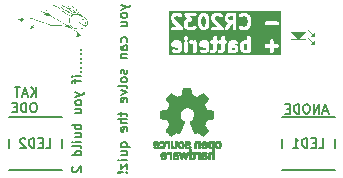
<source format=gbr>
%TF.GenerationSoftware,KiCad,Pcbnew,8.0.7*%
%TF.CreationDate,2024-12-14T00:48:09+01:00*%
%TF.ProjectId,FF2_20241213_1510,4646325f-3230-4323-9431-3231335f3135,0.2.0*%
%TF.SameCoordinates,Original*%
%TF.FileFunction,Legend,Bot*%
%TF.FilePolarity,Positive*%
%FSLAX46Y46*%
G04 Gerber Fmt 4.6, Leading zero omitted, Abs format (unit mm)*
G04 Created by KiCad (PCBNEW 8.0.7) date 2024-12-14 00:48:09*
%MOMM*%
%LPD*%
G01*
G04 APERTURE LIST*
%ADD10C,0.200000*%
%ADD11C,0.300000*%
%ADD12C,0.175000*%
%ADD13C,0.120000*%
%ADD14C,0.152400*%
%ADD15C,0.010000*%
%ADD16C,0.000000*%
G04 APERTURE END LIST*
D10*
X107838639Y-105960198D02*
X107876735Y-105998293D01*
X107876735Y-105998293D02*
X107914830Y-105960198D01*
X107914830Y-105960198D02*
X107876735Y-105922102D01*
X107876735Y-105922102D02*
X107838639Y-105960198D01*
X107838639Y-105960198D02*
X107914830Y-105960198D01*
X107838639Y-106341150D02*
X107876735Y-106379245D01*
X107876735Y-106379245D02*
X107914830Y-106341150D01*
X107914830Y-106341150D02*
X107876735Y-106303054D01*
X107876735Y-106303054D02*
X107838639Y-106341150D01*
X107838639Y-106341150D02*
X107914830Y-106341150D01*
X107838639Y-106722102D02*
X107876735Y-106760197D01*
X107876735Y-106760197D02*
X107914830Y-106722102D01*
X107914830Y-106722102D02*
X107876735Y-106684006D01*
X107876735Y-106684006D02*
X107838639Y-106722102D01*
X107838639Y-106722102D02*
X107914830Y-106722102D01*
X107838639Y-107103054D02*
X107876735Y-107141149D01*
X107876735Y-107141149D02*
X107914830Y-107103054D01*
X107914830Y-107103054D02*
X107876735Y-107064958D01*
X107876735Y-107064958D02*
X107838639Y-107103054D01*
X107838639Y-107103054D02*
X107914830Y-107103054D01*
X107838639Y-107484006D02*
X107876735Y-107522101D01*
X107876735Y-107522101D02*
X107914830Y-107484006D01*
X107914830Y-107484006D02*
X107876735Y-107445910D01*
X107876735Y-107445910D02*
X107838639Y-107484006D01*
X107838639Y-107484006D02*
X107914830Y-107484006D01*
X107838639Y-107864958D02*
X107876735Y-107903053D01*
X107876735Y-107903053D02*
X107914830Y-107864958D01*
X107914830Y-107864958D02*
X107876735Y-107826862D01*
X107876735Y-107826862D02*
X107838639Y-107864958D01*
X107838639Y-107864958D02*
X107914830Y-107864958D01*
X107914830Y-108245910D02*
X107381496Y-108245910D01*
X107114830Y-108245910D02*
X107152925Y-108207814D01*
X107152925Y-108207814D02*
X107191020Y-108245910D01*
X107191020Y-108245910D02*
X107152925Y-108284005D01*
X107152925Y-108284005D02*
X107114830Y-108245910D01*
X107114830Y-108245910D02*
X107191020Y-108245910D01*
X107381496Y-108512576D02*
X107381496Y-108817338D01*
X107914830Y-108626862D02*
X107229115Y-108626862D01*
X107229115Y-108626862D02*
X107152925Y-108664957D01*
X107152925Y-108664957D02*
X107114830Y-108741147D01*
X107114830Y-108741147D02*
X107114830Y-108817338D01*
X107381496Y-109617338D02*
X107914830Y-109807814D01*
X107381496Y-109998291D02*
X107914830Y-109807814D01*
X107914830Y-109807814D02*
X108105306Y-109731624D01*
X108105306Y-109731624D02*
X108143401Y-109693529D01*
X108143401Y-109693529D02*
X108181496Y-109617338D01*
X107914830Y-110417338D02*
X107876735Y-110341148D01*
X107876735Y-110341148D02*
X107838639Y-110303053D01*
X107838639Y-110303053D02*
X107762449Y-110264957D01*
X107762449Y-110264957D02*
X107533877Y-110264957D01*
X107533877Y-110264957D02*
X107457687Y-110303053D01*
X107457687Y-110303053D02*
X107419592Y-110341148D01*
X107419592Y-110341148D02*
X107381496Y-110417338D01*
X107381496Y-110417338D02*
X107381496Y-110531624D01*
X107381496Y-110531624D02*
X107419592Y-110607815D01*
X107419592Y-110607815D02*
X107457687Y-110645910D01*
X107457687Y-110645910D02*
X107533877Y-110684005D01*
X107533877Y-110684005D02*
X107762449Y-110684005D01*
X107762449Y-110684005D02*
X107838639Y-110645910D01*
X107838639Y-110645910D02*
X107876735Y-110607815D01*
X107876735Y-110607815D02*
X107914830Y-110531624D01*
X107914830Y-110531624D02*
X107914830Y-110417338D01*
X107381496Y-111369720D02*
X107914830Y-111369720D01*
X107381496Y-111026863D02*
X107800544Y-111026863D01*
X107800544Y-111026863D02*
X107876735Y-111064958D01*
X107876735Y-111064958D02*
X107914830Y-111141148D01*
X107914830Y-111141148D02*
X107914830Y-111255434D01*
X107914830Y-111255434D02*
X107876735Y-111331625D01*
X107876735Y-111331625D02*
X107838639Y-111369720D01*
X107914830Y-112360197D02*
X107114830Y-112360197D01*
X107419592Y-112360197D02*
X107381496Y-112436387D01*
X107381496Y-112436387D02*
X107381496Y-112588768D01*
X107381496Y-112588768D02*
X107419592Y-112664959D01*
X107419592Y-112664959D02*
X107457687Y-112703054D01*
X107457687Y-112703054D02*
X107533877Y-112741149D01*
X107533877Y-112741149D02*
X107762449Y-112741149D01*
X107762449Y-112741149D02*
X107838639Y-112703054D01*
X107838639Y-112703054D02*
X107876735Y-112664959D01*
X107876735Y-112664959D02*
X107914830Y-112588768D01*
X107914830Y-112588768D02*
X107914830Y-112436387D01*
X107914830Y-112436387D02*
X107876735Y-112360197D01*
X107381496Y-113426864D02*
X107914830Y-113426864D01*
X107381496Y-113084007D02*
X107800544Y-113084007D01*
X107800544Y-113084007D02*
X107876735Y-113122102D01*
X107876735Y-113122102D02*
X107914830Y-113198292D01*
X107914830Y-113198292D02*
X107914830Y-113312578D01*
X107914830Y-113312578D02*
X107876735Y-113388769D01*
X107876735Y-113388769D02*
X107838639Y-113426864D01*
X107914830Y-113807817D02*
X107381496Y-113807817D01*
X107114830Y-113807817D02*
X107152925Y-113769721D01*
X107152925Y-113769721D02*
X107191020Y-113807817D01*
X107191020Y-113807817D02*
X107152925Y-113845912D01*
X107152925Y-113845912D02*
X107114830Y-113807817D01*
X107114830Y-113807817D02*
X107191020Y-113807817D01*
X107914830Y-114303054D02*
X107876735Y-114226864D01*
X107876735Y-114226864D02*
X107800544Y-114188769D01*
X107800544Y-114188769D02*
X107114830Y-114188769D01*
X107914830Y-114950674D02*
X107114830Y-114950674D01*
X107876735Y-114950674D02*
X107914830Y-114874483D01*
X107914830Y-114874483D02*
X107914830Y-114722102D01*
X107914830Y-114722102D02*
X107876735Y-114645912D01*
X107876735Y-114645912D02*
X107838639Y-114607817D01*
X107838639Y-114607817D02*
X107762449Y-114569721D01*
X107762449Y-114569721D02*
X107533877Y-114569721D01*
X107533877Y-114569721D02*
X107457687Y-114607817D01*
X107457687Y-114607817D02*
X107419592Y-114645912D01*
X107419592Y-114645912D02*
X107381496Y-114722102D01*
X107381496Y-114722102D02*
X107381496Y-114874483D01*
X107381496Y-114874483D02*
X107419592Y-114950674D01*
X107191020Y-115903055D02*
X107152925Y-115941151D01*
X107152925Y-115941151D02*
X107114830Y-116017341D01*
X107114830Y-116017341D02*
X107114830Y-116207817D01*
X107114830Y-116207817D02*
X107152925Y-116284008D01*
X107152925Y-116284008D02*
X107191020Y-116322103D01*
X107191020Y-116322103D02*
X107267211Y-116360198D01*
X107267211Y-116360198D02*
X107343401Y-116360198D01*
X107343401Y-116360198D02*
X107457687Y-116322103D01*
X107457687Y-116322103D02*
X107914830Y-115864960D01*
X107914830Y-115864960D02*
X107914830Y-116360198D01*
X111245361Y-102226863D02*
X111778695Y-102417339D01*
X111245361Y-102607816D02*
X111778695Y-102417339D01*
X111778695Y-102417339D02*
X111969171Y-102341149D01*
X111969171Y-102341149D02*
X112007266Y-102303054D01*
X112007266Y-102303054D02*
X112045361Y-102226863D01*
X111778695Y-103026863D02*
X111740600Y-102950673D01*
X111740600Y-102950673D02*
X111702504Y-102912578D01*
X111702504Y-102912578D02*
X111626314Y-102874482D01*
X111626314Y-102874482D02*
X111397742Y-102874482D01*
X111397742Y-102874482D02*
X111321552Y-102912578D01*
X111321552Y-102912578D02*
X111283457Y-102950673D01*
X111283457Y-102950673D02*
X111245361Y-103026863D01*
X111245361Y-103026863D02*
X111245361Y-103141149D01*
X111245361Y-103141149D02*
X111283457Y-103217340D01*
X111283457Y-103217340D02*
X111321552Y-103255435D01*
X111321552Y-103255435D02*
X111397742Y-103293530D01*
X111397742Y-103293530D02*
X111626314Y-103293530D01*
X111626314Y-103293530D02*
X111702504Y-103255435D01*
X111702504Y-103255435D02*
X111740600Y-103217340D01*
X111740600Y-103217340D02*
X111778695Y-103141149D01*
X111778695Y-103141149D02*
X111778695Y-103026863D01*
X111245361Y-103979245D02*
X111778695Y-103979245D01*
X111245361Y-103636388D02*
X111664409Y-103636388D01*
X111664409Y-103636388D02*
X111740600Y-103674483D01*
X111740600Y-103674483D02*
X111778695Y-103750673D01*
X111778695Y-103750673D02*
X111778695Y-103864959D01*
X111778695Y-103864959D02*
X111740600Y-103941150D01*
X111740600Y-103941150D02*
X111702504Y-103979245D01*
X111740600Y-105312579D02*
X111778695Y-105236388D01*
X111778695Y-105236388D02*
X111778695Y-105084007D01*
X111778695Y-105084007D02*
X111740600Y-105007817D01*
X111740600Y-105007817D02*
X111702504Y-104969722D01*
X111702504Y-104969722D02*
X111626314Y-104931626D01*
X111626314Y-104931626D02*
X111397742Y-104931626D01*
X111397742Y-104931626D02*
X111321552Y-104969722D01*
X111321552Y-104969722D02*
X111283457Y-105007817D01*
X111283457Y-105007817D02*
X111245361Y-105084007D01*
X111245361Y-105084007D02*
X111245361Y-105236388D01*
X111245361Y-105236388D02*
X111283457Y-105312579D01*
X111778695Y-105998293D02*
X111359647Y-105998293D01*
X111359647Y-105998293D02*
X111283457Y-105960198D01*
X111283457Y-105960198D02*
X111245361Y-105884007D01*
X111245361Y-105884007D02*
X111245361Y-105731626D01*
X111245361Y-105731626D02*
X111283457Y-105655436D01*
X111740600Y-105998293D02*
X111778695Y-105922102D01*
X111778695Y-105922102D02*
X111778695Y-105731626D01*
X111778695Y-105731626D02*
X111740600Y-105655436D01*
X111740600Y-105655436D02*
X111664409Y-105617340D01*
X111664409Y-105617340D02*
X111588219Y-105617340D01*
X111588219Y-105617340D02*
X111512028Y-105655436D01*
X111512028Y-105655436D02*
X111473933Y-105731626D01*
X111473933Y-105731626D02*
X111473933Y-105922102D01*
X111473933Y-105922102D02*
X111435838Y-105998293D01*
X111245361Y-106379246D02*
X111778695Y-106379246D01*
X111321552Y-106379246D02*
X111283457Y-106417341D01*
X111283457Y-106417341D02*
X111245361Y-106493531D01*
X111245361Y-106493531D02*
X111245361Y-106607817D01*
X111245361Y-106607817D02*
X111283457Y-106684008D01*
X111283457Y-106684008D02*
X111359647Y-106722103D01*
X111359647Y-106722103D02*
X111778695Y-106722103D01*
X111740600Y-107674484D02*
X111778695Y-107750675D01*
X111778695Y-107750675D02*
X111778695Y-107903056D01*
X111778695Y-107903056D02*
X111740600Y-107979246D01*
X111740600Y-107979246D02*
X111664409Y-108017342D01*
X111664409Y-108017342D02*
X111626314Y-108017342D01*
X111626314Y-108017342D02*
X111550123Y-107979246D01*
X111550123Y-107979246D02*
X111512028Y-107903056D01*
X111512028Y-107903056D02*
X111512028Y-107788770D01*
X111512028Y-107788770D02*
X111473933Y-107712580D01*
X111473933Y-107712580D02*
X111397742Y-107674484D01*
X111397742Y-107674484D02*
X111359647Y-107674484D01*
X111359647Y-107674484D02*
X111283457Y-107712580D01*
X111283457Y-107712580D02*
X111245361Y-107788770D01*
X111245361Y-107788770D02*
X111245361Y-107903056D01*
X111245361Y-107903056D02*
X111283457Y-107979246D01*
X111778695Y-108474484D02*
X111740600Y-108398294D01*
X111740600Y-108398294D02*
X111702504Y-108360199D01*
X111702504Y-108360199D02*
X111626314Y-108322103D01*
X111626314Y-108322103D02*
X111397742Y-108322103D01*
X111397742Y-108322103D02*
X111321552Y-108360199D01*
X111321552Y-108360199D02*
X111283457Y-108398294D01*
X111283457Y-108398294D02*
X111245361Y-108474484D01*
X111245361Y-108474484D02*
X111245361Y-108588770D01*
X111245361Y-108588770D02*
X111283457Y-108664961D01*
X111283457Y-108664961D02*
X111321552Y-108703056D01*
X111321552Y-108703056D02*
X111397742Y-108741151D01*
X111397742Y-108741151D02*
X111626314Y-108741151D01*
X111626314Y-108741151D02*
X111702504Y-108703056D01*
X111702504Y-108703056D02*
X111740600Y-108664961D01*
X111740600Y-108664961D02*
X111778695Y-108588770D01*
X111778695Y-108588770D02*
X111778695Y-108474484D01*
X111778695Y-109198294D02*
X111740600Y-109122104D01*
X111740600Y-109122104D02*
X111664409Y-109084009D01*
X111664409Y-109084009D02*
X110978695Y-109084009D01*
X111245361Y-109426866D02*
X111778695Y-109617342D01*
X111778695Y-109617342D02*
X111245361Y-109807819D01*
X111740600Y-110417343D02*
X111778695Y-110341152D01*
X111778695Y-110341152D02*
X111778695Y-110188771D01*
X111778695Y-110188771D02*
X111740600Y-110112581D01*
X111740600Y-110112581D02*
X111664409Y-110074485D01*
X111664409Y-110074485D02*
X111359647Y-110074485D01*
X111359647Y-110074485D02*
X111283457Y-110112581D01*
X111283457Y-110112581D02*
X111245361Y-110188771D01*
X111245361Y-110188771D02*
X111245361Y-110341152D01*
X111245361Y-110341152D02*
X111283457Y-110417343D01*
X111283457Y-110417343D02*
X111359647Y-110455438D01*
X111359647Y-110455438D02*
X111435838Y-110455438D01*
X111435838Y-110455438D02*
X111512028Y-110074485D01*
X111245361Y-111293533D02*
X111245361Y-111598295D01*
X110978695Y-111407819D02*
X111664409Y-111407819D01*
X111664409Y-111407819D02*
X111740600Y-111445914D01*
X111740600Y-111445914D02*
X111778695Y-111522104D01*
X111778695Y-111522104D02*
X111778695Y-111598295D01*
X111778695Y-111864962D02*
X110978695Y-111864962D01*
X111778695Y-112207819D02*
X111359647Y-112207819D01*
X111359647Y-112207819D02*
X111283457Y-112169724D01*
X111283457Y-112169724D02*
X111245361Y-112093533D01*
X111245361Y-112093533D02*
X111245361Y-111979247D01*
X111245361Y-111979247D02*
X111283457Y-111903057D01*
X111283457Y-111903057D02*
X111321552Y-111864962D01*
X111740600Y-112893534D02*
X111778695Y-112817343D01*
X111778695Y-112817343D02*
X111778695Y-112664962D01*
X111778695Y-112664962D02*
X111740600Y-112588772D01*
X111740600Y-112588772D02*
X111664409Y-112550676D01*
X111664409Y-112550676D02*
X111359647Y-112550676D01*
X111359647Y-112550676D02*
X111283457Y-112588772D01*
X111283457Y-112588772D02*
X111245361Y-112664962D01*
X111245361Y-112664962D02*
X111245361Y-112817343D01*
X111245361Y-112817343D02*
X111283457Y-112893534D01*
X111283457Y-112893534D02*
X111359647Y-112931629D01*
X111359647Y-112931629D02*
X111435838Y-112931629D01*
X111435838Y-112931629D02*
X111512028Y-112550676D01*
X111245361Y-114226867D02*
X112045361Y-114226867D01*
X111740600Y-114226867D02*
X111778695Y-114150676D01*
X111778695Y-114150676D02*
X111778695Y-113998295D01*
X111778695Y-113998295D02*
X111740600Y-113922105D01*
X111740600Y-113922105D02*
X111702504Y-113884010D01*
X111702504Y-113884010D02*
X111626314Y-113845914D01*
X111626314Y-113845914D02*
X111397742Y-113845914D01*
X111397742Y-113845914D02*
X111321552Y-113884010D01*
X111321552Y-113884010D02*
X111283457Y-113922105D01*
X111283457Y-113922105D02*
X111245361Y-113998295D01*
X111245361Y-113998295D02*
X111245361Y-114150676D01*
X111245361Y-114150676D02*
X111283457Y-114226867D01*
X111245361Y-114950677D02*
X111778695Y-114950677D01*
X111245361Y-114607820D02*
X111664409Y-114607820D01*
X111664409Y-114607820D02*
X111740600Y-114645915D01*
X111740600Y-114645915D02*
X111778695Y-114722105D01*
X111778695Y-114722105D02*
X111778695Y-114836391D01*
X111778695Y-114836391D02*
X111740600Y-114912582D01*
X111740600Y-114912582D02*
X111702504Y-114950677D01*
X111778695Y-115331630D02*
X111245361Y-115331630D01*
X110978695Y-115331630D02*
X111016790Y-115293534D01*
X111016790Y-115293534D02*
X111054885Y-115331630D01*
X111054885Y-115331630D02*
X111016790Y-115369725D01*
X111016790Y-115369725D02*
X110978695Y-115331630D01*
X110978695Y-115331630D02*
X111054885Y-115331630D01*
X111245361Y-115636391D02*
X111245361Y-116055439D01*
X111245361Y-116055439D02*
X111778695Y-115636391D01*
X111778695Y-115636391D02*
X111778695Y-116055439D01*
X111702504Y-116360201D02*
X111740600Y-116398296D01*
X111740600Y-116398296D02*
X111778695Y-116360201D01*
X111778695Y-116360201D02*
X111740600Y-116322105D01*
X111740600Y-116322105D02*
X111702504Y-116360201D01*
X111702504Y-116360201D02*
X111778695Y-116360201D01*
X111473933Y-116360201D02*
X111016790Y-116322105D01*
X111016790Y-116322105D02*
X110978695Y-116360201D01*
X110978695Y-116360201D02*
X111016790Y-116398296D01*
X111016790Y-116398296D02*
X111473933Y-116360201D01*
X111473933Y-116360201D02*
X110978695Y-116360201D01*
D11*
G36*
X116087400Y-105505488D02*
G01*
X116106347Y-105543381D01*
X116106347Y-105553571D01*
X115857311Y-105503764D01*
X115891757Y-105486542D01*
X116049508Y-105486542D01*
X116087400Y-105505488D01*
G37*
G36*
X118430257Y-105505488D02*
G01*
X118449204Y-105543381D01*
X118449204Y-105553571D01*
X118200168Y-105503764D01*
X118234614Y-105486542D01*
X118392365Y-105486542D01*
X118430257Y-105505488D01*
G37*
G36*
X120887399Y-105848345D02*
G01*
X120906346Y-105886238D01*
X120906346Y-105929704D01*
X120887399Y-105967596D01*
X120849508Y-105986542D01*
X120634918Y-105986542D01*
X120634918Y-105829400D01*
X120849508Y-105829400D01*
X120887399Y-105848345D01*
G37*
G36*
X121934917Y-105986542D02*
G01*
X121777470Y-105986542D01*
X121716627Y-105956120D01*
X121693910Y-105933403D01*
X121663489Y-105872561D01*
X121663489Y-105600524D01*
X121693910Y-105539681D01*
X121716628Y-105516962D01*
X121777470Y-105486542D01*
X121934917Y-105486542D01*
X121934917Y-105986542D01*
G37*
G36*
X118338920Y-103185030D02*
G01*
X118361638Y-103207749D01*
X118400533Y-103285538D01*
X118449203Y-103480218D01*
X118449203Y-103729003D01*
X118400533Y-103923683D01*
X118361638Y-104001471D01*
X118338920Y-104024190D01*
X118278079Y-104054610D01*
X118234613Y-104054610D01*
X118173770Y-104024188D01*
X118151053Y-104001471D01*
X118112158Y-103923682D01*
X118063489Y-103729003D01*
X118063489Y-103480217D01*
X118112158Y-103285538D01*
X118151053Y-103207749D01*
X118173771Y-103185030D01*
X118234613Y-103154610D01*
X118278079Y-103154610D01*
X118338920Y-103185030D01*
G37*
G36*
X120734917Y-103483182D02*
G01*
X120463185Y-103483182D01*
X120402342Y-103452760D01*
X120379624Y-103430042D01*
X120349203Y-103369200D01*
X120349203Y-103268592D01*
X120379624Y-103207750D01*
X120402342Y-103185031D01*
X120463185Y-103154610D01*
X120734917Y-103154610D01*
X120734917Y-103483182D01*
G37*
G36*
X124782035Y-106436542D02*
G01*
X115327775Y-106436542D01*
X115327775Y-105507971D01*
X115534919Y-105507971D01*
X115534919Y-105622257D01*
X115537801Y-105651521D01*
X115543426Y-105665101D01*
X115546278Y-105679515D01*
X115554514Y-105691870D01*
X115560199Y-105705593D01*
X115570590Y-105715984D01*
X115578742Y-105728212D01*
X115591082Y-105736476D01*
X115601583Y-105746977D01*
X115615158Y-105752600D01*
X115627371Y-105760779D01*
X115655502Y-105769344D01*
X115655653Y-105769374D01*
X115655655Y-105769375D01*
X115655657Y-105769375D01*
X116106347Y-105859512D01*
X116106347Y-105929704D01*
X116087400Y-105967596D01*
X116049509Y-105986542D01*
X115891757Y-105986542D01*
X115809142Y-105945235D01*
X115781679Y-105934726D01*
X115723298Y-105930578D01*
X115667776Y-105949086D01*
X115623561Y-105987433D01*
X115597387Y-106039782D01*
X115593239Y-106098163D01*
X115611747Y-106153685D01*
X115650094Y-106197900D01*
X115674980Y-106213565D01*
X115789266Y-106270706D01*
X115816729Y-106281216D01*
X115822104Y-106281597D01*
X115827083Y-106283660D01*
X115856347Y-106286542D01*
X116084919Y-106286542D01*
X116114183Y-106283660D01*
X116119161Y-106281597D01*
X116124537Y-106281216D01*
X116152001Y-106270706D01*
X116266285Y-106213564D01*
X116271178Y-106210483D01*
X116273488Y-106209714D01*
X116276363Y-106207220D01*
X116291171Y-106197900D01*
X116303495Y-106183689D01*
X116317703Y-106171368D01*
X116327023Y-106156561D01*
X116329518Y-106153685D01*
X116330288Y-106151374D01*
X116333368Y-106146482D01*
X116390511Y-106032196D01*
X116401021Y-106004732D01*
X116401402Y-105999356D01*
X116403465Y-105994378D01*
X116406347Y-105965114D01*
X116406347Y-105507971D01*
X116403465Y-105478707D01*
X116401402Y-105473728D01*
X116401021Y-105468353D01*
X116390511Y-105440889D01*
X116333368Y-105326603D01*
X116330288Y-105321711D01*
X116329519Y-105319402D01*
X116327025Y-105316526D01*
X116317703Y-105301717D01*
X116303494Y-105289394D01*
X116291172Y-105275186D01*
X116276360Y-105265862D01*
X116273488Y-105263371D01*
X116271181Y-105262602D01*
X116266287Y-105259521D01*
X116152002Y-105202378D01*
X116124538Y-105191869D01*
X116119163Y-105191487D01*
X116114183Y-105189424D01*
X116084919Y-105186542D01*
X115856347Y-105186542D01*
X115827083Y-105189424D01*
X115822104Y-105191486D01*
X115816729Y-105191868D01*
X115789265Y-105202378D01*
X115674979Y-105259521D01*
X115670086Y-105262600D01*
X115667776Y-105263371D01*
X115664899Y-105265865D01*
X115650093Y-105275186D01*
X115637771Y-105289393D01*
X115623561Y-105301718D01*
X115614238Y-105316528D01*
X115611747Y-105319401D01*
X115610978Y-105321707D01*
X115607896Y-105326604D01*
X115550754Y-105440890D01*
X115540245Y-105468353D01*
X115539863Y-105473728D01*
X115537801Y-105478707D01*
X115534919Y-105507971D01*
X115327775Y-105507971D01*
X115327775Y-104964422D01*
X116566372Y-104964422D01*
X116566372Y-105022948D01*
X116588769Y-105077020D01*
X116607424Y-105099751D01*
X116664567Y-105156894D01*
X116687297Y-105175549D01*
X116725532Y-105191385D01*
X116731082Y-105193685D01*
X116687297Y-105211822D01*
X116645913Y-105253206D01*
X116623515Y-105307278D01*
X116620633Y-105336542D01*
X116620633Y-106136542D01*
X116623515Y-106165806D01*
X116645913Y-106219878D01*
X116687297Y-106261262D01*
X116741369Y-106283660D01*
X116799897Y-106283660D01*
X116853969Y-106261262D01*
X116895353Y-106219878D01*
X116917751Y-106165806D01*
X116920633Y-106136542D01*
X116920633Y-105336542D01*
X116917751Y-105307278D01*
X117023515Y-105307278D01*
X117023515Y-105365806D01*
X117045913Y-105419878D01*
X117087297Y-105461262D01*
X117141369Y-105483660D01*
X117170633Y-105486542D01*
X117249509Y-105486542D01*
X117310350Y-105516962D01*
X117333068Y-105539681D01*
X117363490Y-105600524D01*
X117363490Y-106136542D01*
X117366372Y-106165806D01*
X117388770Y-106219878D01*
X117430154Y-106261262D01*
X117484226Y-106283660D01*
X117542754Y-106283660D01*
X117596826Y-106261262D01*
X117638210Y-106219878D01*
X117660608Y-106165806D01*
X117663490Y-106136542D01*
X117663490Y-105507971D01*
X117877776Y-105507971D01*
X117877776Y-105622257D01*
X117880658Y-105651521D01*
X117886283Y-105665101D01*
X117889135Y-105679515D01*
X117897371Y-105691870D01*
X117903056Y-105705593D01*
X117913447Y-105715984D01*
X117921599Y-105728212D01*
X117933939Y-105736476D01*
X117944440Y-105746977D01*
X117958015Y-105752600D01*
X117970228Y-105760779D01*
X117998359Y-105769344D01*
X117998510Y-105769374D01*
X117998512Y-105769375D01*
X117998514Y-105769375D01*
X118449204Y-105859512D01*
X118449204Y-105929704D01*
X118430257Y-105967596D01*
X118392366Y-105986542D01*
X118234614Y-105986542D01*
X118151999Y-105945235D01*
X118124536Y-105934726D01*
X118066155Y-105930578D01*
X118010633Y-105949086D01*
X117966418Y-105987433D01*
X117940244Y-106039782D01*
X117936096Y-106098163D01*
X117954604Y-106153685D01*
X117992951Y-106197900D01*
X118017837Y-106213565D01*
X118132123Y-106270706D01*
X118159586Y-106281216D01*
X118164961Y-106281597D01*
X118169940Y-106283660D01*
X118199204Y-106286542D01*
X118427776Y-106286542D01*
X118457040Y-106283660D01*
X118462018Y-106281597D01*
X118467394Y-106281216D01*
X118494858Y-106270706D01*
X118609142Y-106213564D01*
X118614035Y-106210483D01*
X118616345Y-106209714D01*
X118619220Y-106207220D01*
X118634028Y-106197900D01*
X118646352Y-106183689D01*
X118660560Y-106171368D01*
X118669880Y-106156561D01*
X118672375Y-106153685D01*
X118673145Y-106151374D01*
X118676225Y-106146482D01*
X118733368Y-106032196D01*
X118743878Y-106004732D01*
X118744259Y-105999356D01*
X118746322Y-105994378D01*
X118749204Y-105965114D01*
X118749204Y-105507971D01*
X118746322Y-105478707D01*
X118744259Y-105473728D01*
X118743878Y-105468353D01*
X118733368Y-105440889D01*
X118676225Y-105326603D01*
X118673145Y-105321711D01*
X118672376Y-105319402D01*
X118669882Y-105316526D01*
X118664061Y-105307278D01*
X118794943Y-105307278D01*
X118794943Y-105365806D01*
X118817341Y-105419878D01*
X118858725Y-105461262D01*
X118912797Y-105483660D01*
X118942061Y-105486542D01*
X119077775Y-105486542D01*
X119077775Y-105929704D01*
X119058828Y-105967596D01*
X119020937Y-105986542D01*
X118942061Y-105986542D01*
X118912797Y-105989424D01*
X118858725Y-106011822D01*
X118817341Y-106053206D01*
X118794943Y-106107278D01*
X118794943Y-106165806D01*
X118817341Y-106219878D01*
X118858725Y-106261262D01*
X118912797Y-106283660D01*
X118942061Y-106286542D01*
X119056347Y-106286542D01*
X119085611Y-106283660D01*
X119090589Y-106281597D01*
X119095965Y-106281216D01*
X119123429Y-106270706D01*
X119237713Y-106213564D01*
X119242606Y-106210483D01*
X119244916Y-106209714D01*
X119247791Y-106207220D01*
X119262599Y-106197900D01*
X119274923Y-106183689D01*
X119289131Y-106171368D01*
X119298451Y-106156561D01*
X119300946Y-106153685D01*
X119301716Y-106151374D01*
X119304796Y-106146482D01*
X119361939Y-106032196D01*
X119372449Y-106004732D01*
X119372830Y-105999356D01*
X119374893Y-105994378D01*
X119377775Y-105965114D01*
X119377775Y-105486542D01*
X119399204Y-105486542D01*
X119428468Y-105483660D01*
X119482540Y-105461262D01*
X119513489Y-105430312D01*
X119544439Y-105461262D01*
X119598511Y-105483660D01*
X119627775Y-105486542D01*
X119763489Y-105486542D01*
X119763489Y-105929704D01*
X119744542Y-105967596D01*
X119706651Y-105986542D01*
X119627775Y-105986542D01*
X119598511Y-105989424D01*
X119544439Y-106011822D01*
X119503055Y-106053206D01*
X119480657Y-106107278D01*
X119480657Y-106165806D01*
X119503055Y-106219878D01*
X119544439Y-106261262D01*
X119598511Y-106283660D01*
X119627775Y-106286542D01*
X119742061Y-106286542D01*
X119771325Y-106283660D01*
X119776303Y-106281597D01*
X119781679Y-106281216D01*
X119809143Y-106270706D01*
X119923427Y-106213564D01*
X119928320Y-106210483D01*
X119930630Y-106209714D01*
X119933505Y-106207220D01*
X119948313Y-106197900D01*
X119960637Y-106183689D01*
X119974845Y-106171368D01*
X119984165Y-106156561D01*
X119986660Y-106153685D01*
X119987430Y-106151374D01*
X119990510Y-106146482D01*
X120047653Y-106032196D01*
X120058163Y-106004732D01*
X120058544Y-105999356D01*
X120060607Y-105994378D01*
X120063489Y-105965114D01*
X120063489Y-105507971D01*
X120334918Y-105507971D01*
X120334918Y-106136542D01*
X120337800Y-106165806D01*
X120360198Y-106219878D01*
X120401582Y-106261262D01*
X120455654Y-106283660D01*
X120514182Y-106283660D01*
X120539051Y-106273358D01*
X120559585Y-106281216D01*
X120564960Y-106281597D01*
X120569939Y-106283660D01*
X120599203Y-106286542D01*
X120884918Y-106286542D01*
X120914182Y-106283660D01*
X120919160Y-106281597D01*
X120924536Y-106281216D01*
X120952000Y-106270706D01*
X121066284Y-106213564D01*
X121071177Y-106210483D01*
X121073487Y-106209714D01*
X121076362Y-106207220D01*
X121091170Y-106197900D01*
X121103494Y-106183689D01*
X121117702Y-106171368D01*
X121127022Y-106156561D01*
X121129517Y-106153685D01*
X121130287Y-106151374D01*
X121133367Y-106146482D01*
X121190510Y-106032196D01*
X121201020Y-106004732D01*
X121201401Y-105999356D01*
X121203464Y-105994378D01*
X121206346Y-105965114D01*
X121206346Y-105850828D01*
X121203464Y-105821564D01*
X121201401Y-105816585D01*
X121201020Y-105811210D01*
X121190510Y-105783746D01*
X121133367Y-105669460D01*
X121130287Y-105664567D01*
X121129517Y-105662257D01*
X121127022Y-105659380D01*
X121117702Y-105644574D01*
X121103494Y-105632252D01*
X121091170Y-105618042D01*
X121076362Y-105608721D01*
X121073487Y-105606228D01*
X121071177Y-105605458D01*
X121066284Y-105602378D01*
X120991756Y-105565114D01*
X121363489Y-105565114D01*
X121363489Y-105907971D01*
X121366371Y-105937235D01*
X121368432Y-105942212D01*
X121368815Y-105947590D01*
X121379325Y-105975053D01*
X121436468Y-106089339D01*
X121444393Y-106101929D01*
X121445910Y-106105591D01*
X121449292Y-106109712D01*
X121452133Y-106114225D01*
X121455126Y-106116821D01*
X121464565Y-106128322D01*
X121521707Y-106185465D01*
X121533209Y-106194904D01*
X121535807Y-106197900D01*
X121540321Y-106200742D01*
X121544438Y-106204120D01*
X121548094Y-106205634D01*
X121560693Y-106213565D01*
X121674979Y-106270706D01*
X121702442Y-106281216D01*
X121707817Y-106281597D01*
X121712796Y-106283660D01*
X121742060Y-106286542D01*
X121970632Y-106286542D01*
X121999896Y-106283660D01*
X122004874Y-106281597D01*
X122010250Y-106281216D01*
X122030783Y-106273358D01*
X122055653Y-106283660D01*
X122114181Y-106283660D01*
X122168253Y-106261262D01*
X122209637Y-106219878D01*
X122232035Y-106165806D01*
X122234917Y-106136542D01*
X122234917Y-105650136D01*
X123423514Y-105650136D01*
X123423514Y-105708664D01*
X123445912Y-105762736D01*
X123487296Y-105804120D01*
X123541368Y-105826518D01*
X123570632Y-105829400D01*
X123877774Y-105829400D01*
X123877774Y-106136542D01*
X123880656Y-106165806D01*
X123903054Y-106219878D01*
X123944438Y-106261262D01*
X123998510Y-106283660D01*
X124057038Y-106283660D01*
X124111110Y-106261262D01*
X124152494Y-106219878D01*
X124174892Y-106165806D01*
X124177774Y-106136542D01*
X124177774Y-105829400D01*
X124484917Y-105829400D01*
X124514181Y-105826518D01*
X124568253Y-105804120D01*
X124609637Y-105762736D01*
X124632035Y-105708664D01*
X124632035Y-105650136D01*
X124609637Y-105596064D01*
X124568253Y-105554680D01*
X124514181Y-105532282D01*
X124484917Y-105529400D01*
X124177774Y-105529400D01*
X124177774Y-105222257D01*
X124174892Y-105192993D01*
X124152494Y-105138921D01*
X124111110Y-105097537D01*
X124057038Y-105075139D01*
X123998510Y-105075139D01*
X123944438Y-105097537D01*
X123903054Y-105138921D01*
X123880656Y-105192993D01*
X123877774Y-105222257D01*
X123877774Y-105529400D01*
X123570632Y-105529400D01*
X123541368Y-105532282D01*
X123487296Y-105554680D01*
X123445912Y-105596064D01*
X123423514Y-105650136D01*
X122234917Y-105650136D01*
X122234917Y-104936542D01*
X122232035Y-104907278D01*
X122209637Y-104853206D01*
X122168253Y-104811822D01*
X122114181Y-104789424D01*
X122055653Y-104789424D01*
X122001581Y-104811822D01*
X121960197Y-104853206D01*
X121937799Y-104907278D01*
X121934917Y-104936542D01*
X121934917Y-105186542D01*
X121742060Y-105186542D01*
X121712796Y-105189424D01*
X121707817Y-105191486D01*
X121702442Y-105191868D01*
X121674978Y-105202378D01*
X121560692Y-105259521D01*
X121548096Y-105267449D01*
X121544438Y-105268965D01*
X121540320Y-105272344D01*
X121535806Y-105275186D01*
X121533209Y-105278180D01*
X121521707Y-105287620D01*
X121464565Y-105344763D01*
X121455126Y-105356263D01*
X121452133Y-105358860D01*
X121449292Y-105363372D01*
X121445910Y-105367494D01*
X121444393Y-105371155D01*
X121436468Y-105383746D01*
X121379325Y-105498032D01*
X121368815Y-105525495D01*
X121368432Y-105530872D01*
X121366371Y-105535850D01*
X121363489Y-105565114D01*
X120991756Y-105565114D01*
X120952000Y-105545236D01*
X120924536Y-105534726D01*
X120919160Y-105534344D01*
X120914182Y-105532282D01*
X120884918Y-105529400D01*
X120641908Y-105529400D01*
X120653863Y-105505488D01*
X120691756Y-105486542D01*
X120849507Y-105486542D01*
X120932121Y-105527849D01*
X120959584Y-105538359D01*
X121017964Y-105542507D01*
X121073487Y-105524000D01*
X121117702Y-105485653D01*
X121143877Y-105433304D01*
X121148025Y-105374924D01*
X121129518Y-105319402D01*
X121091171Y-105275186D01*
X121066286Y-105259521D01*
X120952001Y-105202378D01*
X120924537Y-105191869D01*
X120919162Y-105191487D01*
X120914182Y-105189424D01*
X120884918Y-105186542D01*
X120656346Y-105186542D01*
X120627082Y-105189424D01*
X120622103Y-105191486D01*
X120616728Y-105191868D01*
X120589264Y-105202378D01*
X120474978Y-105259521D01*
X120470085Y-105262600D01*
X120467775Y-105263371D01*
X120464898Y-105265865D01*
X120450092Y-105275186D01*
X120437770Y-105289393D01*
X120423560Y-105301718D01*
X120414237Y-105316528D01*
X120411746Y-105319401D01*
X120410977Y-105321707D01*
X120407895Y-105326604D01*
X120350753Y-105440890D01*
X120340244Y-105468353D01*
X120339862Y-105473728D01*
X120337800Y-105478707D01*
X120334918Y-105507971D01*
X120063489Y-105507971D01*
X120063489Y-105486542D01*
X120084918Y-105486542D01*
X120114182Y-105483660D01*
X120168254Y-105461262D01*
X120209638Y-105419878D01*
X120232036Y-105365806D01*
X120232036Y-105307278D01*
X120209638Y-105253206D01*
X120168254Y-105211822D01*
X120114182Y-105189424D01*
X120084918Y-105186542D01*
X120063489Y-105186542D01*
X120063489Y-104936542D01*
X120060607Y-104907278D01*
X120038209Y-104853206D01*
X119996825Y-104811822D01*
X119942753Y-104789424D01*
X119884225Y-104789424D01*
X119830153Y-104811822D01*
X119788769Y-104853206D01*
X119766371Y-104907278D01*
X119763489Y-104936542D01*
X119763489Y-105186542D01*
X119627775Y-105186542D01*
X119598511Y-105189424D01*
X119544439Y-105211822D01*
X119513489Y-105242771D01*
X119482540Y-105211822D01*
X119428468Y-105189424D01*
X119399204Y-105186542D01*
X119377775Y-105186542D01*
X119377775Y-104936542D01*
X119374893Y-104907278D01*
X119352495Y-104853206D01*
X119311111Y-104811822D01*
X119257039Y-104789424D01*
X119198511Y-104789424D01*
X119144439Y-104811822D01*
X119103055Y-104853206D01*
X119080657Y-104907278D01*
X119077775Y-104936542D01*
X119077775Y-105186542D01*
X118942061Y-105186542D01*
X118912797Y-105189424D01*
X118858725Y-105211822D01*
X118817341Y-105253206D01*
X118794943Y-105307278D01*
X118664061Y-105307278D01*
X118660560Y-105301717D01*
X118646351Y-105289394D01*
X118634029Y-105275186D01*
X118619217Y-105265862D01*
X118616345Y-105263371D01*
X118614038Y-105262602D01*
X118609144Y-105259521D01*
X118494859Y-105202378D01*
X118467395Y-105191869D01*
X118462020Y-105191487D01*
X118457040Y-105189424D01*
X118427776Y-105186542D01*
X118199204Y-105186542D01*
X118169940Y-105189424D01*
X118164961Y-105191486D01*
X118159586Y-105191868D01*
X118132122Y-105202378D01*
X118017836Y-105259521D01*
X118012943Y-105262600D01*
X118010633Y-105263371D01*
X118007756Y-105265865D01*
X117992950Y-105275186D01*
X117980628Y-105289393D01*
X117966418Y-105301718D01*
X117957095Y-105316528D01*
X117954604Y-105319401D01*
X117953835Y-105321707D01*
X117950753Y-105326604D01*
X117893611Y-105440890D01*
X117883102Y-105468353D01*
X117882720Y-105473728D01*
X117880658Y-105478707D01*
X117877776Y-105507971D01*
X117663490Y-105507971D01*
X117663490Y-105336542D01*
X117660608Y-105307278D01*
X117638210Y-105253206D01*
X117596826Y-105211822D01*
X117542754Y-105189424D01*
X117484226Y-105189424D01*
X117430154Y-105211822D01*
X117410399Y-105231577D01*
X117352001Y-105202378D01*
X117324538Y-105191868D01*
X117319160Y-105191485D01*
X117314183Y-105189424D01*
X117284919Y-105186542D01*
X117170633Y-105186542D01*
X117141369Y-105189424D01*
X117087297Y-105211822D01*
X117045913Y-105253206D01*
X117023515Y-105307278D01*
X116917751Y-105307278D01*
X116895353Y-105253206D01*
X116853969Y-105211822D01*
X116810183Y-105193685D01*
X116827428Y-105186542D01*
X116853968Y-105175549D01*
X116853969Y-105175548D01*
X116876699Y-105156894D01*
X116933842Y-105099751D01*
X116952497Y-105077021D01*
X116974894Y-105022948D01*
X116974894Y-104964422D01*
X116952497Y-104910350D01*
X116952497Y-104910349D01*
X116933842Y-104887619D01*
X116876699Y-104830476D01*
X116853968Y-104811821D01*
X116822294Y-104798701D01*
X116799897Y-104789424D01*
X116741369Y-104789424D01*
X116725532Y-104795984D01*
X116687297Y-104811821D01*
X116664567Y-104830476D01*
X116607424Y-104887619D01*
X116588770Y-104910349D01*
X116588769Y-104910350D01*
X116566372Y-104964422D01*
X115327775Y-104964422D01*
X115327775Y-103233182D01*
X115477775Y-103233182D01*
X115477775Y-103347468D01*
X115479233Y-103362279D01*
X115478953Y-103366229D01*
X115480134Y-103371423D01*
X115480657Y-103376732D01*
X115482174Y-103380394D01*
X115485473Y-103394902D01*
X115542616Y-103566330D01*
X115554604Y-103593181D01*
X115558134Y-103597251D01*
X115560197Y-103602231D01*
X115578852Y-103624962D01*
X116008500Y-104054610D01*
X115627775Y-104054610D01*
X115598511Y-104057492D01*
X115544439Y-104079890D01*
X115503055Y-104121274D01*
X115480657Y-104175346D01*
X115480657Y-104233874D01*
X115503055Y-104287946D01*
X115544439Y-104329330D01*
X115598511Y-104351728D01*
X115627775Y-104354610D01*
X116370632Y-104354610D01*
X116399896Y-104351728D01*
X116423584Y-104341916D01*
X116453967Y-104329331D01*
X116495353Y-104287945D01*
X116515446Y-104239435D01*
X116517750Y-104233874D01*
X116517750Y-104175346D01*
X116504856Y-104144217D01*
X116495353Y-104121275D01*
X116476698Y-104098544D01*
X116068479Y-103690325D01*
X116620632Y-103690325D01*
X116620632Y-103976039D01*
X116623514Y-104005303D01*
X116625575Y-104010280D01*
X116625958Y-104015658D01*
X116636468Y-104043121D01*
X116693611Y-104157407D01*
X116701538Y-104170000D01*
X116703054Y-104173660D01*
X116706435Y-104177779D01*
X116709276Y-104182293D01*
X116712270Y-104184889D01*
X116721709Y-104196391D01*
X116778852Y-104253534D01*
X116790358Y-104262977D01*
X116792951Y-104265967D01*
X116797456Y-104268803D01*
X116801582Y-104272189D01*
X116805245Y-104273706D01*
X116817836Y-104281632D01*
X116932121Y-104338774D01*
X116959585Y-104349284D01*
X116964960Y-104349665D01*
X116969939Y-104351728D01*
X116999203Y-104354610D01*
X117342060Y-104354610D01*
X117371324Y-104351728D01*
X117376302Y-104349665D01*
X117381678Y-104349284D01*
X117409141Y-104338775D01*
X117523427Y-104281633D01*
X117536023Y-104273704D01*
X117539681Y-104272189D01*
X117543798Y-104268809D01*
X117548313Y-104265968D01*
X117550910Y-104262973D01*
X117562412Y-104253534D01*
X117619555Y-104196391D01*
X117638210Y-104173661D01*
X117660607Y-104119588D01*
X117660607Y-104061062D01*
X117638210Y-104006990D01*
X117596824Y-103965604D01*
X117542752Y-103943207D01*
X117484226Y-103943207D01*
X117430153Y-103965604D01*
X117407423Y-103984259D01*
X117367491Y-104024190D01*
X117306650Y-104054610D01*
X117034612Y-104054610D01*
X116973772Y-104024190D01*
X116951053Y-104001471D01*
X116920632Y-103940629D01*
X116920632Y-103725735D01*
X116951053Y-103664893D01*
X116973771Y-103642174D01*
X117034614Y-103611753D01*
X117170632Y-103611753D01*
X117186104Y-103610229D01*
X117190044Y-103610492D01*
X117192758Y-103609573D01*
X117199896Y-103608871D01*
X117222404Y-103599547D01*
X117245486Y-103591741D01*
X117249293Y-103588409D01*
X117253968Y-103586473D01*
X117271197Y-103569243D01*
X117289533Y-103553200D01*
X117291775Y-103548665D01*
X117295352Y-103545089D01*
X117304678Y-103522572D01*
X117315477Y-103500737D01*
X117315813Y-103495692D01*
X117317750Y-103491017D01*
X117317750Y-103466650D01*
X117318077Y-103461753D01*
X117763489Y-103461753D01*
X117763489Y-103747468D01*
X117763991Y-103752571D01*
X117763666Y-103754759D01*
X117765285Y-103765709D01*
X117766371Y-103776732D01*
X117767218Y-103778776D01*
X117767968Y-103783848D01*
X117825111Y-104012420D01*
X117825881Y-104014575D01*
X117825958Y-104015658D01*
X117830620Y-104027840D01*
X117835004Y-104040111D01*
X117835649Y-104040982D01*
X117836468Y-104043121D01*
X117893611Y-104157407D01*
X117901536Y-104169997D01*
X117903053Y-104173659D01*
X117906435Y-104177780D01*
X117909276Y-104182293D01*
X117912269Y-104184889D01*
X117921708Y-104196390D01*
X117978850Y-104253533D01*
X117990352Y-104262972D01*
X117992950Y-104265968D01*
X117997464Y-104268810D01*
X118001581Y-104272188D01*
X118005237Y-104273702D01*
X118017836Y-104281633D01*
X118132122Y-104338774D01*
X118159585Y-104349284D01*
X118164960Y-104349665D01*
X118169939Y-104351728D01*
X118199203Y-104354610D01*
X118313489Y-104354610D01*
X118342753Y-104351728D01*
X118347731Y-104349665D01*
X118353107Y-104349284D01*
X118380570Y-104338775D01*
X118494856Y-104281633D01*
X118507454Y-104273702D01*
X118511111Y-104272188D01*
X118515227Y-104268810D01*
X118519742Y-104265968D01*
X118522339Y-104262972D01*
X118533842Y-104253533D01*
X118590984Y-104196390D01*
X118600422Y-104184888D01*
X118603416Y-104182293D01*
X118606256Y-104177780D01*
X118609639Y-104173659D01*
X118611155Y-104169998D01*
X118619081Y-104157407D01*
X118676224Y-104043121D01*
X118677042Y-104040982D01*
X118677688Y-104040111D01*
X118682072Y-104027837D01*
X118686734Y-104015657D01*
X118686810Y-104014574D01*
X118687581Y-104012419D01*
X118744724Y-103783848D01*
X118745473Y-103778776D01*
X118746321Y-103776732D01*
X118747406Y-103765709D01*
X118749026Y-103754759D01*
X118748700Y-103752571D01*
X118749203Y-103747468D01*
X118749203Y-103461753D01*
X118748700Y-103456649D01*
X118749026Y-103454462D01*
X118747406Y-103443511D01*
X118746321Y-103432489D01*
X118745473Y-103430444D01*
X118744724Y-103425373D01*
X118696676Y-103233182D01*
X118906346Y-103233182D01*
X118906346Y-103347468D01*
X118907804Y-103362279D01*
X118907524Y-103366229D01*
X118908705Y-103371423D01*
X118909228Y-103376732D01*
X118910745Y-103380394D01*
X118914044Y-103394902D01*
X118971187Y-103566330D01*
X118983175Y-103593181D01*
X118986705Y-103597251D01*
X118988768Y-103602231D01*
X119007423Y-103624962D01*
X119437071Y-104054610D01*
X119056346Y-104054610D01*
X119027082Y-104057492D01*
X118973010Y-104079890D01*
X118931626Y-104121274D01*
X118909228Y-104175346D01*
X118909228Y-104233874D01*
X118931626Y-104287946D01*
X118973010Y-104329330D01*
X119027082Y-104351728D01*
X119056346Y-104354610D01*
X119799203Y-104354610D01*
X119828467Y-104351728D01*
X119852155Y-104341916D01*
X119882538Y-104329331D01*
X119923924Y-104287945D01*
X119944017Y-104239435D01*
X119946321Y-104233874D01*
X119946321Y-104175346D01*
X119933427Y-104144217D01*
X119923924Y-104121275D01*
X119905269Y-104098544D01*
X119244592Y-103437867D01*
X119206346Y-103323127D01*
X119206346Y-103268592D01*
X119236767Y-103207750D01*
X119259485Y-103185031D01*
X119320328Y-103154610D01*
X119535221Y-103154610D01*
X119596063Y-103185031D01*
X119635994Y-103224962D01*
X119658724Y-103243617D01*
X119712797Y-103266014D01*
X119771323Y-103266014D01*
X119825395Y-103243617D01*
X119835830Y-103233182D01*
X120049203Y-103233182D01*
X120049203Y-103404610D01*
X120052085Y-103433874D01*
X120054146Y-103438851D01*
X120054529Y-103444229D01*
X120065039Y-103471692D01*
X120122182Y-103585978D01*
X120130109Y-103598571D01*
X120131625Y-103602231D01*
X120135006Y-103606350D01*
X120137847Y-103610864D01*
X120140841Y-103613460D01*
X120150280Y-103624962D01*
X120207423Y-103682105D01*
X120218925Y-103691545D01*
X120221521Y-103694538D01*
X120226031Y-103697377D01*
X120230153Y-103700760D01*
X120233813Y-103702276D01*
X120246406Y-103710203D01*
X120332171Y-103753085D01*
X120076318Y-104118591D01*
X120061897Y-104144217D01*
X120049238Y-104201359D01*
X120059409Y-104258994D01*
X120090862Y-104308352D01*
X120138810Y-104341916D01*
X120195952Y-104354575D01*
X120253587Y-104344404D01*
X120302945Y-104312951D01*
X120322088Y-104290629D01*
X120677301Y-103783182D01*
X120734917Y-103783182D01*
X120734917Y-104204610D01*
X120737799Y-104233874D01*
X120760197Y-104287946D01*
X120801581Y-104329330D01*
X120855653Y-104351728D01*
X120914181Y-104351728D01*
X120968253Y-104329330D01*
X121009637Y-104287946D01*
X121032035Y-104233874D01*
X121034917Y-104204610D01*
X121034917Y-103089633D01*
X121252085Y-103089633D01*
X121252085Y-103148159D01*
X121274482Y-103202231D01*
X121315868Y-103243617D01*
X121369940Y-103266014D01*
X121428466Y-103266014D01*
X121482538Y-103243617D01*
X121505269Y-103224962D01*
X121537374Y-103192856D01*
X121652114Y-103154610D01*
X121717720Y-103154610D01*
X121832460Y-103192856D01*
X121904495Y-103264892D01*
X121943390Y-103342681D01*
X121992060Y-103537361D01*
X121992060Y-103671860D01*
X121943390Y-103866540D01*
X121904495Y-103944328D01*
X121832461Y-104016362D01*
X121717718Y-104054610D01*
X121652117Y-104054610D01*
X121537372Y-104016362D01*
X121505269Y-103984259D01*
X121482538Y-103965604D01*
X121428466Y-103943207D01*
X121369940Y-103943207D01*
X121315868Y-103965604D01*
X121274482Y-104006990D01*
X121252085Y-104061062D01*
X121252085Y-104119588D01*
X121274482Y-104173660D01*
X121293137Y-104196391D01*
X121350280Y-104253534D01*
X121373010Y-104272189D01*
X121377989Y-104274251D01*
X121382061Y-104277783D01*
X121408912Y-104289771D01*
X121580341Y-104346913D01*
X121594851Y-104350212D01*
X121598510Y-104351728D01*
X121603812Y-104352250D01*
X121609014Y-104353433D01*
X121612968Y-104353151D01*
X121627774Y-104354610D01*
X121742060Y-104354610D01*
X121756865Y-104353151D01*
X121760820Y-104353433D01*
X121766021Y-104352250D01*
X121771324Y-104351728D01*
X121774982Y-104350212D01*
X121789493Y-104346913D01*
X121960923Y-104289771D01*
X121987774Y-104277783D01*
X121991845Y-104274251D01*
X121996825Y-104272189D01*
X122019555Y-104253534D01*
X122133840Y-104139248D01*
X122143279Y-104127746D01*
X122146273Y-104125150D01*
X122149113Y-104120636D01*
X122152495Y-104116517D01*
X122154010Y-104112857D01*
X122161938Y-104100264D01*
X122219081Y-103985978D01*
X122219899Y-103983839D01*
X122220545Y-103982968D01*
X122224929Y-103970694D01*
X122229591Y-103958514D01*
X122229667Y-103957431D01*
X122230438Y-103955276D01*
X122287581Y-103726705D01*
X122288330Y-103721633D01*
X122289178Y-103719589D01*
X122289314Y-103718204D01*
X123423514Y-103718204D01*
X123423514Y-103776732D01*
X123445912Y-103830804D01*
X123487296Y-103872188D01*
X123541368Y-103894586D01*
X123570632Y-103897468D01*
X124484917Y-103897468D01*
X124514181Y-103894586D01*
X124568253Y-103872188D01*
X124609637Y-103830804D01*
X124632035Y-103776732D01*
X124632035Y-103718204D01*
X124609637Y-103664132D01*
X124568253Y-103622748D01*
X124514181Y-103600350D01*
X124484917Y-103597468D01*
X123570632Y-103597468D01*
X123541368Y-103600350D01*
X123487296Y-103622748D01*
X123445912Y-103664132D01*
X123423514Y-103718204D01*
X122289314Y-103718204D01*
X122290263Y-103708566D01*
X122291883Y-103697616D01*
X122291557Y-103695428D01*
X122292060Y-103690325D01*
X122292060Y-103518896D01*
X122291557Y-103513792D01*
X122291883Y-103511605D01*
X122290263Y-103500654D01*
X122289178Y-103489632D01*
X122288330Y-103487587D01*
X122287581Y-103482516D01*
X122230438Y-103253945D01*
X122229667Y-103251789D01*
X122229591Y-103250707D01*
X122224929Y-103238526D01*
X122220545Y-103226253D01*
X122219899Y-103225381D01*
X122219081Y-103223243D01*
X122161938Y-103108957D01*
X122154010Y-103096363D01*
X122152495Y-103092704D01*
X122149113Y-103088584D01*
X122146273Y-103084071D01*
X122143279Y-103081474D01*
X122133840Y-103069973D01*
X122019555Y-102955687D01*
X121996825Y-102937032D01*
X121991843Y-102934968D01*
X121987774Y-102931439D01*
X121960923Y-102919450D01*
X121789494Y-102862308D01*
X121774986Y-102859009D01*
X121771324Y-102857492D01*
X121766015Y-102856969D01*
X121760821Y-102855788D01*
X121756871Y-102856068D01*
X121742060Y-102854610D01*
X121627774Y-102854610D01*
X121612962Y-102856068D01*
X121609013Y-102855788D01*
X121603818Y-102856969D01*
X121598510Y-102857492D01*
X121594847Y-102859009D01*
X121580340Y-102862308D01*
X121408912Y-102919451D01*
X121382061Y-102931439D01*
X121377991Y-102934968D01*
X121373010Y-102937032D01*
X121350280Y-102955687D01*
X121293137Y-103012830D01*
X121274482Y-103035561D01*
X121252085Y-103089633D01*
X121034917Y-103089633D01*
X121034917Y-103004610D01*
X121032035Y-102975346D01*
X121009637Y-102921274D01*
X120968253Y-102879890D01*
X120914181Y-102857492D01*
X120884917Y-102854610D01*
X120427774Y-102854610D01*
X120398510Y-102857492D01*
X120393532Y-102859553D01*
X120388155Y-102859936D01*
X120360692Y-102870446D01*
X120246406Y-102927589D01*
X120233813Y-102935515D01*
X120230153Y-102937032D01*
X120226031Y-102940414D01*
X120221521Y-102943254D01*
X120218925Y-102946246D01*
X120207423Y-102955687D01*
X120150280Y-103012830D01*
X120140841Y-103024331D01*
X120137847Y-103026928D01*
X120135006Y-103031441D01*
X120131625Y-103035561D01*
X120130109Y-103039220D01*
X120122182Y-103051814D01*
X120065039Y-103166100D01*
X120054529Y-103193563D01*
X120054146Y-103198940D01*
X120052085Y-103203918D01*
X120049203Y-103233182D01*
X119835830Y-103233182D01*
X119866781Y-103202231D01*
X119889178Y-103148159D01*
X119889178Y-103089633D01*
X119866781Y-103035560D01*
X119848126Y-103012830D01*
X119790983Y-102955687D01*
X119779481Y-102946247D01*
X119776885Y-102943254D01*
X119772371Y-102940412D01*
X119768252Y-102937032D01*
X119764593Y-102935516D01*
X119752000Y-102927589D01*
X119637715Y-102870446D01*
X119610251Y-102859937D01*
X119604876Y-102859555D01*
X119599896Y-102857492D01*
X119570632Y-102854610D01*
X119284917Y-102854610D01*
X119255653Y-102857492D01*
X119250675Y-102859553D01*
X119245298Y-102859936D01*
X119217835Y-102870446D01*
X119103549Y-102927589D01*
X119090956Y-102935515D01*
X119087296Y-102937032D01*
X119083174Y-102940414D01*
X119078664Y-102943254D01*
X119076068Y-102946246D01*
X119064566Y-102955687D01*
X119007423Y-103012830D01*
X118997984Y-103024331D01*
X118994990Y-103026928D01*
X118992149Y-103031441D01*
X118988768Y-103035561D01*
X118987252Y-103039220D01*
X118979325Y-103051814D01*
X118922182Y-103166100D01*
X118911672Y-103193563D01*
X118911289Y-103198940D01*
X118909228Y-103203918D01*
X118906346Y-103233182D01*
X118696676Y-103233182D01*
X118687581Y-103196802D01*
X118686810Y-103194646D01*
X118686734Y-103193564D01*
X118682072Y-103181383D01*
X118677688Y-103169110D01*
X118677042Y-103168238D01*
X118676224Y-103166100D01*
X118619081Y-103051814D01*
X118611155Y-103039222D01*
X118609639Y-103035562D01*
X118606256Y-103031440D01*
X118603416Y-103026928D01*
X118600422Y-103024332D01*
X118590984Y-103012831D01*
X118533842Y-102955688D01*
X118522340Y-102946248D01*
X118519743Y-102943254D01*
X118515228Y-102940412D01*
X118511111Y-102937033D01*
X118507452Y-102935517D01*
X118494857Y-102927589D01*
X118380571Y-102870446D01*
X118353108Y-102859936D01*
X118347730Y-102859553D01*
X118342753Y-102857492D01*
X118313489Y-102854610D01*
X118199203Y-102854610D01*
X118169939Y-102857492D01*
X118164960Y-102859554D01*
X118159585Y-102859936D01*
X118132121Y-102870446D01*
X118017835Y-102927589D01*
X118005239Y-102935517D01*
X118001581Y-102937033D01*
X117997463Y-102940412D01*
X117992949Y-102943254D01*
X117990352Y-102946248D01*
X117978850Y-102955688D01*
X117921708Y-103012831D01*
X117912269Y-103024331D01*
X117909276Y-103026928D01*
X117906435Y-103031440D01*
X117903053Y-103035562D01*
X117901536Y-103039223D01*
X117893611Y-103051814D01*
X117836468Y-103166100D01*
X117835649Y-103168238D01*
X117835004Y-103169110D01*
X117830620Y-103181380D01*
X117825958Y-103193563D01*
X117825881Y-103194645D01*
X117825111Y-103196801D01*
X117767968Y-103425373D01*
X117767218Y-103430444D01*
X117766371Y-103432489D01*
X117765285Y-103443511D01*
X117763666Y-103454462D01*
X117763991Y-103456649D01*
X117763489Y-103461753D01*
X117318077Y-103461753D01*
X117319371Y-103442341D01*
X117317750Y-103437548D01*
X117317750Y-103432489D01*
X117308426Y-103409980D01*
X117300620Y-103386899D01*
X117296448Y-103381062D01*
X117295352Y-103378417D01*
X117292562Y-103375627D01*
X117283519Y-103362977D01*
X117101198Y-103154610D01*
X117513489Y-103154610D01*
X117542753Y-103151728D01*
X117596825Y-103129330D01*
X117638209Y-103087946D01*
X117660607Y-103033874D01*
X117660607Y-102975346D01*
X117638209Y-102921274D01*
X117596825Y-102879890D01*
X117542753Y-102857492D01*
X117513489Y-102854610D01*
X116770632Y-102854610D01*
X116755159Y-102856133D01*
X116751220Y-102855871D01*
X116748505Y-102856789D01*
X116741368Y-102857492D01*
X116718859Y-102866815D01*
X116695778Y-102874622D01*
X116691970Y-102877953D01*
X116687296Y-102879890D01*
X116670066Y-102897119D01*
X116651731Y-102913163D01*
X116649488Y-102917697D01*
X116645912Y-102921274D01*
X116636585Y-102943790D01*
X116625787Y-102965626D01*
X116625450Y-102970670D01*
X116623514Y-102975346D01*
X116623514Y-102999712D01*
X116621893Y-103024022D01*
X116623514Y-103028814D01*
X116623514Y-103033874D01*
X116632837Y-103056382D01*
X116640644Y-103079464D01*
X116644815Y-103085300D01*
X116645912Y-103087946D01*
X116648701Y-103090735D01*
X116657745Y-103103386D01*
X116877722Y-103354788D01*
X116817835Y-103384732D01*
X116805242Y-103392658D01*
X116801582Y-103394175D01*
X116797460Y-103397557D01*
X116792950Y-103400397D01*
X116790354Y-103403389D01*
X116778852Y-103412830D01*
X116721709Y-103469973D01*
X116712270Y-103481474D01*
X116709276Y-103484071D01*
X116706435Y-103488584D01*
X116703054Y-103492704D01*
X116701538Y-103496363D01*
X116693611Y-103508957D01*
X116636468Y-103623243D01*
X116625958Y-103650706D01*
X116625575Y-103656083D01*
X116623514Y-103661061D01*
X116620632Y-103690325D01*
X116068479Y-103690325D01*
X115816021Y-103437867D01*
X115777775Y-103323127D01*
X115777775Y-103268592D01*
X115808196Y-103207750D01*
X115830914Y-103185031D01*
X115891757Y-103154610D01*
X116106650Y-103154610D01*
X116167492Y-103185031D01*
X116207423Y-103224962D01*
X116230153Y-103243617D01*
X116284226Y-103266014D01*
X116342752Y-103266014D01*
X116396824Y-103243617D01*
X116438210Y-103202231D01*
X116460607Y-103148159D01*
X116460607Y-103089633D01*
X116438210Y-103035560D01*
X116419555Y-103012830D01*
X116362412Y-102955687D01*
X116350910Y-102946247D01*
X116348314Y-102943254D01*
X116343800Y-102940412D01*
X116339681Y-102937032D01*
X116336022Y-102935516D01*
X116323429Y-102927589D01*
X116209144Y-102870446D01*
X116181680Y-102859937D01*
X116176305Y-102859555D01*
X116171325Y-102857492D01*
X116142061Y-102854610D01*
X115856346Y-102854610D01*
X115827082Y-102857492D01*
X115822104Y-102859553D01*
X115816727Y-102859936D01*
X115789264Y-102870446D01*
X115674978Y-102927589D01*
X115662385Y-102935515D01*
X115658725Y-102937032D01*
X115654603Y-102940414D01*
X115650093Y-102943254D01*
X115647497Y-102946246D01*
X115635995Y-102955687D01*
X115578852Y-103012830D01*
X115569413Y-103024331D01*
X115566419Y-103026928D01*
X115563578Y-103031441D01*
X115560197Y-103035561D01*
X115558681Y-103039220D01*
X115550754Y-103051814D01*
X115493611Y-103166100D01*
X115483101Y-103193563D01*
X115482718Y-103198940D01*
X115480657Y-103203918D01*
X115477775Y-103233182D01*
X115327775Y-103233182D01*
X115327775Y-102704610D01*
X124782035Y-102704610D01*
X124782035Y-106436542D01*
G37*
D12*
X104088392Y-109984040D02*
X104088392Y-109184040D01*
X103631249Y-109984040D02*
X103974107Y-109526897D01*
X103631249Y-109184040D02*
X104088392Y-109641183D01*
X103326488Y-109755468D02*
X102945535Y-109755468D01*
X103402678Y-109984040D02*
X103136011Y-109184040D01*
X103136011Y-109184040D02*
X102869345Y-109984040D01*
X102716964Y-109184040D02*
X102259821Y-109184040D01*
X102488393Y-109984040D02*
X102488393Y-109184040D01*
X103936011Y-110471995D02*
X103783630Y-110471995D01*
X103783630Y-110471995D02*
X103707440Y-110510090D01*
X103707440Y-110510090D02*
X103631249Y-110586280D01*
X103631249Y-110586280D02*
X103593154Y-110738661D01*
X103593154Y-110738661D02*
X103593154Y-111005328D01*
X103593154Y-111005328D02*
X103631249Y-111157709D01*
X103631249Y-111157709D02*
X103707440Y-111233900D01*
X103707440Y-111233900D02*
X103783630Y-111271995D01*
X103783630Y-111271995D02*
X103936011Y-111271995D01*
X103936011Y-111271995D02*
X104012202Y-111233900D01*
X104012202Y-111233900D02*
X104088392Y-111157709D01*
X104088392Y-111157709D02*
X104126488Y-111005328D01*
X104126488Y-111005328D02*
X104126488Y-110738661D01*
X104126488Y-110738661D02*
X104088392Y-110586280D01*
X104088392Y-110586280D02*
X104012202Y-110510090D01*
X104012202Y-110510090D02*
X103936011Y-110471995D01*
X103250297Y-111271995D02*
X103250297Y-110471995D01*
X103250297Y-110471995D02*
X103059821Y-110471995D01*
X103059821Y-110471995D02*
X102945535Y-110510090D01*
X102945535Y-110510090D02*
X102869345Y-110586280D01*
X102869345Y-110586280D02*
X102831250Y-110662471D01*
X102831250Y-110662471D02*
X102793154Y-110814852D01*
X102793154Y-110814852D02*
X102793154Y-110929138D01*
X102793154Y-110929138D02*
X102831250Y-111081519D01*
X102831250Y-111081519D02*
X102869345Y-111157709D01*
X102869345Y-111157709D02*
X102945535Y-111233900D01*
X102945535Y-111233900D02*
X103059821Y-111271995D01*
X103059821Y-111271995D02*
X103250297Y-111271995D01*
X102450297Y-110852947D02*
X102183631Y-110852947D01*
X102069345Y-111271995D02*
X102450297Y-111271995D01*
X102450297Y-111271995D02*
X102450297Y-110471995D01*
X102450297Y-110471995D02*
X102069345Y-110471995D01*
X128764488Y-111170423D02*
X128383535Y-111170423D01*
X128840678Y-111398995D02*
X128574011Y-110598995D01*
X128574011Y-110598995D02*
X128307345Y-111398995D01*
X128040678Y-111398995D02*
X128040678Y-110598995D01*
X128040678Y-110598995D02*
X127583535Y-111398995D01*
X127583535Y-111398995D02*
X127583535Y-110598995D01*
X127050202Y-110598995D02*
X126897821Y-110598995D01*
X126897821Y-110598995D02*
X126821631Y-110637090D01*
X126821631Y-110637090D02*
X126745440Y-110713280D01*
X126745440Y-110713280D02*
X126707345Y-110865661D01*
X126707345Y-110865661D02*
X126707345Y-111132328D01*
X126707345Y-111132328D02*
X126745440Y-111284709D01*
X126745440Y-111284709D02*
X126821631Y-111360900D01*
X126821631Y-111360900D02*
X126897821Y-111398995D01*
X126897821Y-111398995D02*
X127050202Y-111398995D01*
X127050202Y-111398995D02*
X127126393Y-111360900D01*
X127126393Y-111360900D02*
X127202583Y-111284709D01*
X127202583Y-111284709D02*
X127240679Y-111132328D01*
X127240679Y-111132328D02*
X127240679Y-110865661D01*
X127240679Y-110865661D02*
X127202583Y-110713280D01*
X127202583Y-110713280D02*
X127126393Y-110637090D01*
X127126393Y-110637090D02*
X127050202Y-110598995D01*
X126364488Y-111398995D02*
X126364488Y-110598995D01*
X126364488Y-110598995D02*
X126174012Y-110598995D01*
X126174012Y-110598995D02*
X126059726Y-110637090D01*
X126059726Y-110637090D02*
X125983536Y-110713280D01*
X125983536Y-110713280D02*
X125945441Y-110789471D01*
X125945441Y-110789471D02*
X125907345Y-110941852D01*
X125907345Y-110941852D02*
X125907345Y-111056138D01*
X125907345Y-111056138D02*
X125945441Y-111208519D01*
X125945441Y-111208519D02*
X125983536Y-111284709D01*
X125983536Y-111284709D02*
X126059726Y-111360900D01*
X126059726Y-111360900D02*
X126174012Y-111398995D01*
X126174012Y-111398995D02*
X126364488Y-111398995D01*
X125564488Y-110979947D02*
X125297822Y-110979947D01*
X125183536Y-111398995D02*
X125564488Y-111398995D01*
X125564488Y-111398995D02*
X125564488Y-110598995D01*
X125564488Y-110598995D02*
X125183536Y-110598995D01*
X128022238Y-114279995D02*
X128403190Y-114279995D01*
X128403190Y-114279995D02*
X128403190Y-113479995D01*
X127755571Y-113860947D02*
X127488905Y-113860947D01*
X127374619Y-114279995D02*
X127755571Y-114279995D01*
X127755571Y-114279995D02*
X127755571Y-113479995D01*
X127755571Y-113479995D02*
X127374619Y-113479995D01*
X127031761Y-114279995D02*
X127031761Y-113479995D01*
X127031761Y-113479995D02*
X126841285Y-113479995D01*
X126841285Y-113479995D02*
X126726999Y-113518090D01*
X126726999Y-113518090D02*
X126650809Y-113594280D01*
X126650809Y-113594280D02*
X126612714Y-113670471D01*
X126612714Y-113670471D02*
X126574618Y-113822852D01*
X126574618Y-113822852D02*
X126574618Y-113937138D01*
X126574618Y-113937138D02*
X126612714Y-114089519D01*
X126612714Y-114089519D02*
X126650809Y-114165709D01*
X126650809Y-114165709D02*
X126726999Y-114241900D01*
X126726999Y-114241900D02*
X126841285Y-114279995D01*
X126841285Y-114279995D02*
X127031761Y-114279995D01*
X125812714Y-114279995D02*
X126269857Y-114279995D01*
X126041285Y-114279995D02*
X126041285Y-113479995D01*
X126041285Y-113479995D02*
X126117476Y-113594280D01*
X126117476Y-113594280D02*
X126193666Y-113670471D01*
X126193666Y-113670471D02*
X126269857Y-113708566D01*
X104908238Y-114279995D02*
X105289190Y-114279995D01*
X105289190Y-114279995D02*
X105289190Y-113479995D01*
X104641571Y-113860947D02*
X104374905Y-113860947D01*
X104260619Y-114279995D02*
X104641571Y-114279995D01*
X104641571Y-114279995D02*
X104641571Y-113479995D01*
X104641571Y-113479995D02*
X104260619Y-113479995D01*
X103917761Y-114279995D02*
X103917761Y-113479995D01*
X103917761Y-113479995D02*
X103727285Y-113479995D01*
X103727285Y-113479995D02*
X103612999Y-113518090D01*
X103612999Y-113518090D02*
X103536809Y-113594280D01*
X103536809Y-113594280D02*
X103498714Y-113670471D01*
X103498714Y-113670471D02*
X103460618Y-113822852D01*
X103460618Y-113822852D02*
X103460618Y-113937138D01*
X103460618Y-113937138D02*
X103498714Y-114089519D01*
X103498714Y-114089519D02*
X103536809Y-114165709D01*
X103536809Y-114165709D02*
X103612999Y-114241900D01*
X103612999Y-114241900D02*
X103727285Y-114279995D01*
X103727285Y-114279995D02*
X103917761Y-114279995D01*
X103155857Y-113556185D02*
X103117761Y-113518090D01*
X103117761Y-113518090D02*
X103041571Y-113479995D01*
X103041571Y-113479995D02*
X102851095Y-113479995D01*
X102851095Y-113479995D02*
X102774904Y-113518090D01*
X102774904Y-113518090D02*
X102736809Y-113556185D01*
X102736809Y-113556185D02*
X102698714Y-113632376D01*
X102698714Y-113632376D02*
X102698714Y-113708566D01*
X102698714Y-113708566D02*
X102736809Y-113822852D01*
X102736809Y-113822852D02*
X103193952Y-114279995D01*
X103193952Y-114279995D02*
X102698714Y-114279995D01*
D13*
%TO.C,D1*%
X125666500Y-105097500D02*
X126809500Y-105097500D01*
X127127000Y-104335500D02*
X127635000Y-104843500D01*
X127127000Y-104970500D02*
X127635000Y-105478500D01*
X126238000Y-105097500D02*
X125666500Y-104462500D01*
X126809500Y-104462500D01*
X126238000Y-105097500D01*
G36*
X126238000Y-105097500D02*
G01*
X125666500Y-104462500D01*
X126809500Y-104462500D01*
X126238000Y-105097500D01*
G37*
X127635000Y-104843500D02*
X127381000Y-104843500D01*
X127635000Y-104589500D01*
X127635000Y-104843500D01*
G36*
X127635000Y-104843500D02*
G01*
X127381000Y-104843500D01*
X127635000Y-104589500D01*
X127635000Y-104843500D01*
G37*
X127635000Y-105478500D02*
X127381000Y-105478500D01*
X127635000Y-105224500D01*
X127635000Y-105478500D01*
G36*
X127635000Y-105478500D02*
G01*
X127381000Y-105478500D01*
X127635000Y-105224500D01*
X127635000Y-105478500D01*
G37*
D14*
%TO.C,LED1*%
X124904500Y-113548748D02*
X124904500Y-114289252D01*
X124904500Y-116141500D02*
X129349500Y-116141500D01*
X129349500Y-111696500D02*
X124904500Y-111696500D01*
X129349500Y-114289252D02*
X129349500Y-113548748D01*
D15*
%TO.C,REF\u002A\u002A*%
X115127128Y-113721945D02*
X115157954Y-113731568D01*
X115195916Y-113747563D01*
X115214296Y-113756159D01*
X115227561Y-113757713D01*
X115230495Y-113745798D01*
X115230498Y-113745461D01*
X115236709Y-113734087D01*
X115258131Y-113728256D01*
X115299653Y-113726614D01*
X115368812Y-113726614D01*
X115368812Y-114330179D01*
X115230495Y-114330179D01*
X115230495Y-113914027D01*
X115196110Y-113882161D01*
X115185368Y-113873104D01*
X115153370Y-113857630D01*
X115113965Y-113857010D01*
X115060312Y-113870664D01*
X115042225Y-113871529D01*
X115021008Y-113858283D01*
X114992768Y-113826800D01*
X114979069Y-113809385D01*
X114962868Y-113784797D01*
X114960371Y-113769145D01*
X114969442Y-113755941D01*
X114997289Y-113739245D01*
X115040540Y-113726030D01*
X115087464Y-113719478D01*
X115127128Y-113721945D01*
G36*
X115127128Y-113721945D02*
G01*
X115157954Y-113731568D01*
X115195916Y-113747563D01*
X115214296Y-113756159D01*
X115227561Y-113757713D01*
X115230495Y-113745798D01*
X115230498Y-113745461D01*
X115236709Y-113734087D01*
X115258131Y-113728256D01*
X115299653Y-113726614D01*
X115368812Y-113726614D01*
X115368812Y-114330179D01*
X115230495Y-114330179D01*
X115230495Y-113914027D01*
X115196110Y-113882161D01*
X115185368Y-113873104D01*
X115153370Y-113857630D01*
X115113965Y-113857010D01*
X115060312Y-113870664D01*
X115042225Y-113871529D01*
X115021008Y-113858283D01*
X114992768Y-113826800D01*
X114979069Y-113809385D01*
X114962868Y-113784797D01*
X114960371Y-113769145D01*
X114969442Y-113755941D01*
X114997289Y-113739245D01*
X115040540Y-113726030D01*
X115087464Y-113719478D01*
X115127128Y-113721945D01*
G37*
X115310265Y-114677965D02*
X115348255Y-114695745D01*
X115381386Y-114721806D01*
X115381386Y-114695745D01*
X115382211Y-114685849D01*
X115389893Y-114675358D01*
X115410667Y-114670725D01*
X115450544Y-114669683D01*
X115519703Y-114669683D01*
X115519703Y-115285822D01*
X115381386Y-115285822D01*
X115381386Y-115085226D01*
X115381369Y-115073710D01*
X115380189Y-114992758D01*
X115377294Y-114926817D01*
X115372888Y-114879258D01*
X115367181Y-114853452D01*
X115361940Y-114843710D01*
X115329676Y-114813156D01*
X115285730Y-114799631D01*
X115237743Y-114805941D01*
X115225973Y-114810217D01*
X115200898Y-114817776D01*
X115183762Y-114815428D01*
X115166518Y-114800064D01*
X115141124Y-114768571D01*
X115099936Y-114716568D01*
X115128886Y-114693125D01*
X115156405Y-114679015D01*
X115204745Y-114669486D01*
X115259230Y-114669174D01*
X115310265Y-114677965D01*
G36*
X115310265Y-114677965D02*
G01*
X115348255Y-114695745D01*
X115381386Y-114721806D01*
X115381386Y-114695745D01*
X115382211Y-114685849D01*
X115389893Y-114675358D01*
X115410667Y-114670725D01*
X115450544Y-114669683D01*
X115519703Y-114669683D01*
X115519703Y-115285822D01*
X115381386Y-115285822D01*
X115381386Y-115085226D01*
X115381369Y-115073710D01*
X115380189Y-114992758D01*
X115377294Y-114926817D01*
X115372888Y-114879258D01*
X115367181Y-114853452D01*
X115361940Y-114843710D01*
X115329676Y-114813156D01*
X115285730Y-114799631D01*
X115237743Y-114805941D01*
X115225973Y-114810217D01*
X115200898Y-114817776D01*
X115183762Y-114815428D01*
X115166518Y-114800064D01*
X115141124Y-114768571D01*
X115099936Y-114716568D01*
X115128886Y-114693125D01*
X115156405Y-114679015D01*
X115204745Y-114669486D01*
X115259230Y-114669174D01*
X115310265Y-114677965D01*
G37*
X117933960Y-115285822D02*
X117808218Y-115285822D01*
X117808218Y-115091740D01*
X117808078Y-115046594D01*
X117806649Y-114971823D01*
X117803029Y-114916467D01*
X117796434Y-114876702D01*
X117786079Y-114848700D01*
X117771178Y-114828635D01*
X117750946Y-114812681D01*
X117728859Y-114800792D01*
X117702705Y-114797421D01*
X117665508Y-114804917D01*
X117653555Y-114808038D01*
X117623718Y-114812735D01*
X117602383Y-114806005D01*
X117577655Y-114785177D01*
X117572963Y-114780647D01*
X117547020Y-114752626D01*
X117530291Y-114729843D01*
X117527996Y-114724355D01*
X117532543Y-114704088D01*
X117555602Y-114687884D01*
X117591995Y-114676513D01*
X117636544Y-114670740D01*
X117684072Y-114671334D01*
X117729400Y-114679063D01*
X117767351Y-114694694D01*
X117779381Y-114701993D01*
X117799632Y-114712676D01*
X117807129Y-114710230D01*
X117808218Y-114694647D01*
X117808473Y-114689053D01*
X117814539Y-114676660D01*
X117833356Y-114671020D01*
X117871089Y-114669683D01*
X117933960Y-114669683D01*
X117933960Y-115285822D01*
G36*
X117933960Y-115285822D02*
G01*
X117808218Y-115285822D01*
X117808218Y-115091740D01*
X117808078Y-115046594D01*
X117806649Y-114971823D01*
X117803029Y-114916467D01*
X117796434Y-114876702D01*
X117786079Y-114848700D01*
X117771178Y-114828635D01*
X117750946Y-114812681D01*
X117728859Y-114800792D01*
X117702705Y-114797421D01*
X117665508Y-114804917D01*
X117653555Y-114808038D01*
X117623718Y-114812735D01*
X117602383Y-114806005D01*
X117577655Y-114785177D01*
X117572963Y-114780647D01*
X117547020Y-114752626D01*
X117530291Y-114729843D01*
X117527996Y-114724355D01*
X117532543Y-114704088D01*
X117555602Y-114687884D01*
X117591995Y-114676513D01*
X117636544Y-114670740D01*
X117684072Y-114671334D01*
X117729400Y-114679063D01*
X117767351Y-114694694D01*
X117779381Y-114701993D01*
X117799632Y-114712676D01*
X117807129Y-114710230D01*
X117808218Y-114694647D01*
X117808473Y-114689053D01*
X117814539Y-114676660D01*
X117833356Y-114671020D01*
X117871089Y-114669683D01*
X117933960Y-114669683D01*
X117933960Y-115285822D01*
G37*
X115620297Y-113922342D02*
X115621357Y-114010394D01*
X115625509Y-114081510D01*
X115633921Y-114133199D01*
X115647757Y-114168360D01*
X115668182Y-114189889D01*
X115696364Y-114200682D01*
X115733465Y-114203636D01*
X115768890Y-114201000D01*
X115797500Y-114190679D01*
X115818296Y-114169772D01*
X115832442Y-114135381D01*
X115841103Y-114084610D01*
X115845445Y-114014563D01*
X115846633Y-113922342D01*
X115846633Y-113726614D01*
X115972376Y-113726614D01*
X115972376Y-113962578D01*
X115972160Y-114025561D01*
X115970484Y-114107007D01*
X115966277Y-114169121D01*
X115958521Y-114215458D01*
X115946196Y-114249573D01*
X115928285Y-114275022D01*
X115903767Y-114295362D01*
X115871623Y-114314147D01*
X115804125Y-114337928D01*
X115733681Y-114339480D01*
X115667264Y-114317580D01*
X115638286Y-114303383D01*
X115623909Y-114301261D01*
X115620297Y-114311293D01*
X115614299Y-114322556D01*
X115592830Y-114328489D01*
X115551138Y-114330179D01*
X115481980Y-114330179D01*
X115481980Y-113726614D01*
X115620297Y-113726614D01*
X115620297Y-113922342D01*
G36*
X115620297Y-113922342D02*
G01*
X115621357Y-114010394D01*
X115625509Y-114081510D01*
X115633921Y-114133199D01*
X115647757Y-114168360D01*
X115668182Y-114189889D01*
X115696364Y-114200682D01*
X115733465Y-114203636D01*
X115768890Y-114201000D01*
X115797500Y-114190679D01*
X115818296Y-114169772D01*
X115832442Y-114135381D01*
X115841103Y-114084610D01*
X115845445Y-114014563D01*
X115846633Y-113922342D01*
X115846633Y-113726614D01*
X115972376Y-113726614D01*
X115972376Y-113962578D01*
X115972160Y-114025561D01*
X115970484Y-114107007D01*
X115966277Y-114169121D01*
X115958521Y-114215458D01*
X115946196Y-114249573D01*
X115928285Y-114275022D01*
X115903767Y-114295362D01*
X115871623Y-114314147D01*
X115804125Y-114337928D01*
X115733681Y-114339480D01*
X115667264Y-114317580D01*
X115638286Y-114303383D01*
X115623909Y-114301261D01*
X115620297Y-114311293D01*
X115614299Y-114322556D01*
X115592830Y-114328489D01*
X115551138Y-114330179D01*
X115481980Y-114330179D01*
X115481980Y-113726614D01*
X115620297Y-113726614D01*
X115620297Y-113922342D01*
G37*
X117722605Y-113725424D02*
X117779926Y-113743434D01*
X117805199Y-113755674D01*
X117817910Y-113756938D01*
X117820792Y-113745798D01*
X117820795Y-113745461D01*
X117827006Y-113734087D01*
X117848428Y-113728256D01*
X117889950Y-113726614D01*
X117959109Y-113726614D01*
X117959109Y-114330179D01*
X117820792Y-114330179D01*
X117820792Y-114122132D01*
X117820697Y-114051879D01*
X117820051Y-113994170D01*
X117818320Y-113953787D01*
X117814974Y-113926615D01*
X117809481Y-113908540D01*
X117801310Y-113895447D01*
X117789928Y-113883221D01*
X117774424Y-113870217D01*
X117729843Y-113852745D01*
X117683047Y-113857873D01*
X117640180Y-113885507D01*
X117627927Y-113898368D01*
X117619132Y-113911384D01*
X117613233Y-113928706D01*
X117609651Y-113954501D01*
X117607809Y-113992939D01*
X117607128Y-114048189D01*
X117607030Y-114124418D01*
X117607030Y-114330179D01*
X117468713Y-114330179D01*
X117468989Y-114106985D01*
X117469008Y-114097044D01*
X117470207Y-114002106D01*
X117473891Y-113928358D01*
X117481006Y-113872214D01*
X117492500Y-113830087D01*
X117509318Y-113798391D01*
X117532409Y-113773541D01*
X117562717Y-113751950D01*
X117594012Y-113737002D01*
X117657037Y-113723421D01*
X117722605Y-113725424D01*
G36*
X117722605Y-113725424D02*
G01*
X117779926Y-113743434D01*
X117805199Y-113755674D01*
X117817910Y-113756938D01*
X117820792Y-113745798D01*
X117820795Y-113745461D01*
X117827006Y-113734087D01*
X117848428Y-113728256D01*
X117889950Y-113726614D01*
X117959109Y-113726614D01*
X117959109Y-114330179D01*
X117820792Y-114330179D01*
X117820792Y-114122132D01*
X117820697Y-114051879D01*
X117820051Y-113994170D01*
X117818320Y-113953787D01*
X117814974Y-113926615D01*
X117809481Y-113908540D01*
X117801310Y-113895447D01*
X117789928Y-113883221D01*
X117774424Y-113870217D01*
X117729843Y-113852745D01*
X117683047Y-113857873D01*
X117640180Y-113885507D01*
X117627927Y-113898368D01*
X117619132Y-113911384D01*
X117613233Y-113928706D01*
X117609651Y-113954501D01*
X117607809Y-113992939D01*
X117607128Y-114048189D01*
X117607030Y-114124418D01*
X117607030Y-114330179D01*
X117468713Y-114330179D01*
X117468989Y-114106985D01*
X117469008Y-114097044D01*
X117470207Y-114002106D01*
X117473891Y-113928358D01*
X117481006Y-113872214D01*
X117492500Y-113830087D01*
X117509318Y-113798391D01*
X117532409Y-113773541D01*
X117562717Y-113751950D01*
X117594012Y-113737002D01*
X117657037Y-113723421D01*
X117722605Y-113725424D01*
G37*
X114773409Y-113729493D02*
X114842021Y-113756224D01*
X114900048Y-113800351D01*
X114942907Y-113860958D01*
X114945801Y-113867137D01*
X114964176Y-113927409D01*
X114973357Y-113999407D01*
X114973285Y-114074369D01*
X114963901Y-114143536D01*
X114945149Y-114198149D01*
X114921995Y-114236212D01*
X114871030Y-114290135D01*
X114807306Y-114324411D01*
X114752785Y-114338272D01*
X114669767Y-114339785D01*
X114590326Y-114318882D01*
X114519879Y-114276464D01*
X114474284Y-114238880D01*
X114515351Y-114196510D01*
X114541296Y-114171409D01*
X114564764Y-114157434D01*
X114586524Y-114160511D01*
X114614356Y-114179287D01*
X114625454Y-114186638D01*
X114672337Y-114201683D01*
X114726224Y-114201673D01*
X114776675Y-114186168D01*
X114795672Y-114173716D01*
X114823537Y-114136946D01*
X114837506Y-114082939D01*
X114838405Y-114009331D01*
X114838403Y-114009289D01*
X114828009Y-113943433D01*
X114805114Y-113897772D01*
X114767439Y-113869528D01*
X114712708Y-113855920D01*
X114678241Y-113854090D01*
X114648126Y-113861584D01*
X114617240Y-113883295D01*
X114577272Y-113916926D01*
X114526656Y-113876250D01*
X114508163Y-113860667D01*
X114485065Y-113838340D01*
X114476039Y-113825183D01*
X114479236Y-113819253D01*
X114497646Y-113801048D01*
X114526973Y-113777895D01*
X114549920Y-113762830D01*
X114622774Y-113731880D01*
X114698799Y-113721073D01*
X114773409Y-113729493D01*
G36*
X114773409Y-113729493D02*
G01*
X114842021Y-113756224D01*
X114900048Y-113800351D01*
X114942907Y-113860958D01*
X114945801Y-113867137D01*
X114964176Y-113927409D01*
X114973357Y-113999407D01*
X114973285Y-114074369D01*
X114963901Y-114143536D01*
X114945149Y-114198149D01*
X114921995Y-114236212D01*
X114871030Y-114290135D01*
X114807306Y-114324411D01*
X114752785Y-114338272D01*
X114669767Y-114339785D01*
X114590326Y-114318882D01*
X114519879Y-114276464D01*
X114474284Y-114238880D01*
X114515351Y-114196510D01*
X114541296Y-114171409D01*
X114564764Y-114157434D01*
X114586524Y-114160511D01*
X114614356Y-114179287D01*
X114625454Y-114186638D01*
X114672337Y-114201683D01*
X114726224Y-114201673D01*
X114776675Y-114186168D01*
X114795672Y-114173716D01*
X114823537Y-114136946D01*
X114837506Y-114082939D01*
X114838405Y-114009331D01*
X114838403Y-114009289D01*
X114828009Y-113943433D01*
X114805114Y-113897772D01*
X114767439Y-113869528D01*
X114712708Y-113855920D01*
X114678241Y-113854090D01*
X114648126Y-113861584D01*
X114617240Y-113883295D01*
X114577272Y-113916926D01*
X114526656Y-113876250D01*
X114508163Y-113860667D01*
X114485065Y-113838340D01*
X114476039Y-113825183D01*
X114479236Y-113819253D01*
X114497646Y-113801048D01*
X114526973Y-113777895D01*
X114549920Y-113762830D01*
X114622774Y-113731880D01*
X114698799Y-113721073D01*
X114773409Y-113729493D01*
G37*
X116572857Y-114071771D02*
X116569349Y-114111565D01*
X116553844Y-114187538D01*
X116526110Y-114245511D01*
X116483898Y-114289300D01*
X116424960Y-114322722D01*
X116402076Y-114330676D01*
X116342812Y-114340601D01*
X116280447Y-114340331D01*
X116227823Y-114329430D01*
X116226789Y-114329034D01*
X116184381Y-114304087D01*
X116141537Y-114265468D01*
X116105986Y-114221306D01*
X116085459Y-114179727D01*
X116079374Y-114149334D01*
X116074164Y-114092429D01*
X116073291Y-114041705D01*
X116199976Y-114041705D01*
X116207549Y-114102545D01*
X116225341Y-114152538D01*
X116252296Y-114185204D01*
X116262513Y-114190812D01*
X116301473Y-114201007D01*
X116346536Y-114203104D01*
X116384448Y-114196020D01*
X116399244Y-114185861D01*
X116420014Y-114150334D01*
X116433083Y-114094732D01*
X116437624Y-114021766D01*
X116437551Y-114000762D01*
X116435974Y-113958203D01*
X116430728Y-113930439D01*
X116419723Y-113909925D01*
X116400868Y-113889112D01*
X116364989Y-113863887D01*
X116318280Y-113853573D01*
X116273151Y-113863396D01*
X116235680Y-113891805D01*
X116211943Y-113937253D01*
X116203675Y-113976497D01*
X116199976Y-114041705D01*
X116073291Y-114041705D01*
X116073049Y-114027621D01*
X116075844Y-113963116D01*
X116082366Y-113907121D01*
X116092432Y-113867842D01*
X116115877Y-113823372D01*
X116165637Y-113768692D01*
X116229238Y-113734055D01*
X116304790Y-113720345D01*
X116390399Y-113728448D01*
X116404644Y-113731899D01*
X116470982Y-113761664D01*
X116520971Y-113810530D01*
X116554612Y-113878501D01*
X116571906Y-113965580D01*
X116572410Y-114021766D01*
X116572857Y-114071771D01*
G36*
X116572857Y-114071771D02*
G01*
X116569349Y-114111565D01*
X116553844Y-114187538D01*
X116526110Y-114245511D01*
X116483898Y-114289300D01*
X116424960Y-114322722D01*
X116402076Y-114330676D01*
X116342812Y-114340601D01*
X116280447Y-114340331D01*
X116227823Y-114329430D01*
X116226789Y-114329034D01*
X116184381Y-114304087D01*
X116141537Y-114265468D01*
X116105986Y-114221306D01*
X116085459Y-114179727D01*
X116079374Y-114149334D01*
X116074164Y-114092429D01*
X116073291Y-114041705D01*
X116199976Y-114041705D01*
X116207549Y-114102545D01*
X116225341Y-114152538D01*
X116252296Y-114185204D01*
X116262513Y-114190812D01*
X116301473Y-114201007D01*
X116346536Y-114203104D01*
X116384448Y-114196020D01*
X116399244Y-114185861D01*
X116420014Y-114150334D01*
X116433083Y-114094732D01*
X116437624Y-114021766D01*
X116437551Y-114000762D01*
X116435974Y-113958203D01*
X116430728Y-113930439D01*
X116419723Y-113909925D01*
X116400868Y-113889112D01*
X116364989Y-113863887D01*
X116318280Y-113853573D01*
X116273151Y-113863396D01*
X116235680Y-113891805D01*
X116211943Y-113937253D01*
X116203675Y-113976497D01*
X116199976Y-114041705D01*
X116073291Y-114041705D01*
X116073049Y-114027621D01*
X116075844Y-113963116D01*
X116082366Y-113907121D01*
X116092432Y-113867842D01*
X116115877Y-113823372D01*
X116165637Y-113768692D01*
X116229238Y-113734055D01*
X116304790Y-113720345D01*
X116390399Y-113728448D01*
X116404644Y-113731899D01*
X116470982Y-113761664D01*
X116520971Y-113810530D01*
X116554612Y-113878501D01*
X116571906Y-113965580D01*
X116572410Y-114021766D01*
X116572857Y-114071771D01*
G37*
X116672997Y-114867130D02*
X116689997Y-114917850D01*
X116710107Y-114973997D01*
X116726899Y-115016532D01*
X116738986Y-115041990D01*
X116744980Y-115046903D01*
X116746426Y-115042630D01*
X116754254Y-115016422D01*
X116766723Y-114972649D01*
X116782447Y-114916211D01*
X116800043Y-114852010D01*
X116847914Y-114675971D01*
X116921007Y-114672152D01*
X116927177Y-114671846D01*
X116966592Y-114671441D01*
X116985533Y-114675487D01*
X116987945Y-114684726D01*
X116984898Y-114693749D01*
X116974874Y-114724632D01*
X116959180Y-114773544D01*
X116938934Y-114836987D01*
X116915256Y-114911462D01*
X116889263Y-114993471D01*
X116796736Y-115285822D01*
X116680993Y-115285822D01*
X116626457Y-115100352D01*
X116616386Y-115066294D01*
X116597775Y-115004378D01*
X116581872Y-114952787D01*
X116570109Y-114916130D01*
X116563918Y-114899018D01*
X116562154Y-114897741D01*
X116553571Y-114908779D01*
X116541316Y-114937969D01*
X116527426Y-114980750D01*
X116526692Y-114983263D01*
X116508096Y-115046400D01*
X116486818Y-115117889D01*
X116467321Y-115182734D01*
X116435705Y-115287122D01*
X116377402Y-115283328D01*
X116319098Y-115279535D01*
X116265098Y-115109782D01*
X116241390Y-115035193D01*
X116214833Y-114951539D01*
X116189404Y-114871342D01*
X116168354Y-114804857D01*
X116125609Y-114669683D01*
X116268612Y-114669683D01*
X116303274Y-114798570D01*
X116312488Y-114832625D01*
X116329915Y-114896115D01*
X116346054Y-114953874D01*
X116358322Y-114996614D01*
X116378709Y-115065773D01*
X116508745Y-114675971D01*
X116558476Y-114672237D01*
X116608206Y-114668504D01*
X116672997Y-114867130D01*
G36*
X116672997Y-114867130D02*
G01*
X116689997Y-114917850D01*
X116710107Y-114973997D01*
X116726899Y-115016532D01*
X116738986Y-115041990D01*
X116744980Y-115046903D01*
X116746426Y-115042630D01*
X116754254Y-115016422D01*
X116766723Y-114972649D01*
X116782447Y-114916211D01*
X116800043Y-114852010D01*
X116847914Y-114675971D01*
X116921007Y-114672152D01*
X116927177Y-114671846D01*
X116966592Y-114671441D01*
X116985533Y-114675487D01*
X116987945Y-114684726D01*
X116984898Y-114693749D01*
X116974874Y-114724632D01*
X116959180Y-114773544D01*
X116938934Y-114836987D01*
X116915256Y-114911462D01*
X116889263Y-114993471D01*
X116796736Y-115285822D01*
X116680993Y-115285822D01*
X116626457Y-115100352D01*
X116616386Y-115066294D01*
X116597775Y-115004378D01*
X116581872Y-114952787D01*
X116570109Y-114916130D01*
X116563918Y-114899018D01*
X116562154Y-114897741D01*
X116553571Y-114908779D01*
X116541316Y-114937969D01*
X116527426Y-114980750D01*
X116526692Y-114983263D01*
X116508096Y-115046400D01*
X116486818Y-115117889D01*
X116467321Y-115182734D01*
X116435705Y-115287122D01*
X116377402Y-115283328D01*
X116319098Y-115279535D01*
X116265098Y-115109782D01*
X116241390Y-115035193D01*
X116214833Y-114951539D01*
X116189404Y-114871342D01*
X116168354Y-114804857D01*
X116125609Y-114669683D01*
X116268612Y-114669683D01*
X116303274Y-114798570D01*
X116312488Y-114832625D01*
X116329915Y-114896115D01*
X116346054Y-114953874D01*
X116358322Y-114996614D01*
X116378709Y-115065773D01*
X116508745Y-114675971D01*
X116558476Y-114672237D01*
X116608206Y-114668504D01*
X116672997Y-114867130D01*
G37*
X117530761Y-115024813D02*
X117529167Y-115078571D01*
X117525962Y-115116018D01*
X117525413Y-115119450D01*
X117503838Y-115180835D01*
X117464438Y-115232877D01*
X117412752Y-115268135D01*
X117357248Y-115282729D01*
X117288977Y-115281597D01*
X117226173Y-115262029D01*
X117209815Y-115253771D01*
X117188779Y-115244923D01*
X117180774Y-115247676D01*
X117179505Y-115262029D01*
X117178922Y-115269186D01*
X117171394Y-115279772D01*
X117150488Y-115284645D01*
X117110346Y-115285822D01*
X117041188Y-115285822D01*
X117041188Y-114983930D01*
X117179505Y-114983930D01*
X117180496Y-115036230D01*
X117184519Y-115071050D01*
X117193108Y-115094905D01*
X117207797Y-115114895D01*
X117246584Y-115144618D01*
X117291974Y-115154582D01*
X117335989Y-115142260D01*
X117373060Y-115107888D01*
X117382859Y-115082735D01*
X117390097Y-115038194D01*
X117393279Y-114984155D01*
X117392277Y-114928728D01*
X117386961Y-114880022D01*
X117377204Y-114846148D01*
X117374087Y-114840593D01*
X117344038Y-114812674D01*
X117303315Y-114800306D01*
X117259579Y-114803183D01*
X117220491Y-114821000D01*
X117193710Y-114853452D01*
X117192603Y-114856181D01*
X117185963Y-114886634D01*
X117181278Y-114932139D01*
X117179505Y-114983930D01*
X117041188Y-114983930D01*
X117041188Y-114430773D01*
X117179505Y-114430773D01*
X117179505Y-114723878D01*
X117205124Y-114700693D01*
X117229792Y-114686282D01*
X117276480Y-114674236D01*
X117331056Y-114670354D01*
X117384354Y-114675120D01*
X117427207Y-114689014D01*
X117457878Y-114708779D01*
X117489471Y-114742449D01*
X117510733Y-114787730D01*
X117523514Y-114848981D01*
X117529664Y-114930563D01*
X117530568Y-114963540D01*
X117530633Y-114984155D01*
X117530761Y-115024813D01*
G36*
X117530761Y-115024813D02*
G01*
X117529167Y-115078571D01*
X117525962Y-115116018D01*
X117525413Y-115119450D01*
X117503838Y-115180835D01*
X117464438Y-115232877D01*
X117412752Y-115268135D01*
X117357248Y-115282729D01*
X117288977Y-115281597D01*
X117226173Y-115262029D01*
X117209815Y-115253771D01*
X117188779Y-115244923D01*
X117180774Y-115247676D01*
X117179505Y-115262029D01*
X117178922Y-115269186D01*
X117171394Y-115279772D01*
X117150488Y-115284645D01*
X117110346Y-115285822D01*
X117041188Y-115285822D01*
X117041188Y-114983930D01*
X117179505Y-114983930D01*
X117180496Y-115036230D01*
X117184519Y-115071050D01*
X117193108Y-115094905D01*
X117207797Y-115114895D01*
X117246584Y-115144618D01*
X117291974Y-115154582D01*
X117335989Y-115142260D01*
X117373060Y-115107888D01*
X117382859Y-115082735D01*
X117390097Y-115038194D01*
X117393279Y-114984155D01*
X117392277Y-114928728D01*
X117386961Y-114880022D01*
X117377204Y-114846148D01*
X117374087Y-114840593D01*
X117344038Y-114812674D01*
X117303315Y-114800306D01*
X117259579Y-114803183D01*
X117220491Y-114821000D01*
X117193710Y-114853452D01*
X117192603Y-114856181D01*
X117185963Y-114886634D01*
X117181278Y-114932139D01*
X117179505Y-114983930D01*
X117041188Y-114983930D01*
X117041188Y-114430773D01*
X117179505Y-114430773D01*
X117179505Y-114723878D01*
X117205124Y-114700693D01*
X117229792Y-114686282D01*
X117276480Y-114674236D01*
X117331056Y-114670354D01*
X117384354Y-114675120D01*
X117427207Y-114689014D01*
X117457878Y-114708779D01*
X117489471Y-114742449D01*
X117510733Y-114787730D01*
X117523514Y-114848981D01*
X117529664Y-114930563D01*
X117530568Y-114963540D01*
X117530633Y-114984155D01*
X117530761Y-115024813D01*
G37*
X119704997Y-114062931D02*
X119703373Y-114102310D01*
X119699688Y-114150332D01*
X119693410Y-114184368D01*
X119683044Y-114211338D01*
X119667092Y-114238158D01*
X119666412Y-114239175D01*
X119627132Y-114282629D01*
X119579072Y-114315772D01*
X119523185Y-114335439D01*
X119449666Y-114341824D01*
X119377609Y-114329268D01*
X119313201Y-114299011D01*
X119262627Y-114252294D01*
X119248108Y-114230221D01*
X119220993Y-114161602D01*
X119207546Y-114076939D01*
X119207776Y-114055523D01*
X119342920Y-114055523D01*
X119343174Y-114095574D01*
X119347421Y-114122313D01*
X119357096Y-114142859D01*
X119373638Y-114164331D01*
X119396593Y-114185639D01*
X119442505Y-114204653D01*
X119491802Y-114201122D01*
X119538917Y-114174694D01*
X119552207Y-114162072D01*
X119566397Y-114140465D01*
X119574266Y-114110094D01*
X119578726Y-114062770D01*
X119579955Y-114027219D01*
X119573224Y-113954620D01*
X119552567Y-113902642D01*
X119517894Y-113870999D01*
X119477249Y-113855847D01*
X119428777Y-113857123D01*
X119383845Y-113882703D01*
X119373103Y-113892442D01*
X119359548Y-113909480D01*
X119351505Y-113931772D01*
X119347043Y-113965947D01*
X119344228Y-114018638D01*
X119342920Y-114055523D01*
X119207776Y-114055523D01*
X119208583Y-113980351D01*
X119209907Y-113966651D01*
X119228374Y-113878908D01*
X119262540Y-113810793D01*
X119312479Y-113762231D01*
X119378261Y-113733148D01*
X119459961Y-113723471D01*
X119490828Y-113724379D01*
X119554128Y-113735493D01*
X119605889Y-113762021D01*
X119654147Y-113807436D01*
X119661865Y-113816551D01*
X119682681Y-113847248D01*
X119696362Y-113882007D01*
X119703948Y-113926056D01*
X119706479Y-113984621D01*
X119705672Y-114027219D01*
X119704997Y-114062931D01*
G36*
X119704997Y-114062931D02*
G01*
X119703373Y-114102310D01*
X119699688Y-114150332D01*
X119693410Y-114184368D01*
X119683044Y-114211338D01*
X119667092Y-114238158D01*
X119666412Y-114239175D01*
X119627132Y-114282629D01*
X119579072Y-114315772D01*
X119523185Y-114335439D01*
X119449666Y-114341824D01*
X119377609Y-114329268D01*
X119313201Y-114299011D01*
X119262627Y-114252294D01*
X119248108Y-114230221D01*
X119220993Y-114161602D01*
X119207546Y-114076939D01*
X119207776Y-114055523D01*
X119342920Y-114055523D01*
X119343174Y-114095574D01*
X119347421Y-114122313D01*
X119357096Y-114142859D01*
X119373638Y-114164331D01*
X119396593Y-114185639D01*
X119442505Y-114204653D01*
X119491802Y-114201122D01*
X119538917Y-114174694D01*
X119552207Y-114162072D01*
X119566397Y-114140465D01*
X119574266Y-114110094D01*
X119578726Y-114062770D01*
X119579955Y-114027219D01*
X119573224Y-113954620D01*
X119552567Y-113902642D01*
X119517894Y-113870999D01*
X119477249Y-113855847D01*
X119428777Y-113857123D01*
X119383845Y-113882703D01*
X119373103Y-113892442D01*
X119359548Y-113909480D01*
X119351505Y-113931772D01*
X119347043Y-113965947D01*
X119344228Y-114018638D01*
X119342920Y-114055523D01*
X119207776Y-114055523D01*
X119208583Y-113980351D01*
X119209907Y-113966651D01*
X119228374Y-113878908D01*
X119262540Y-113810793D01*
X119312479Y-113762231D01*
X119378261Y-113733148D01*
X119459961Y-113723471D01*
X119490828Y-113724379D01*
X119554128Y-113735493D01*
X119605889Y-113762021D01*
X119654147Y-113807436D01*
X119661865Y-113816551D01*
X119682681Y-113847248D01*
X119696362Y-113882007D01*
X119703948Y-113926056D01*
X119706479Y-113984621D01*
X119705672Y-114027219D01*
X119704997Y-114062931D01*
G37*
X114459444Y-113987878D02*
X114457825Y-114084121D01*
X114457615Y-114086014D01*
X114439535Y-114174325D01*
X114406870Y-114242986D01*
X114358601Y-114293506D01*
X114293713Y-114327393D01*
X114281801Y-114331268D01*
X114207971Y-114342688D01*
X114131614Y-114336320D01*
X114060626Y-114313563D01*
X114002904Y-114275819D01*
X113959667Y-114235872D01*
X114005625Y-114199532D01*
X114051583Y-114163193D01*
X114106969Y-114190101D01*
X114171056Y-114211905D01*
X114227632Y-114212558D01*
X114273920Y-114192525D01*
X114307230Y-114152315D01*
X114319171Y-114128222D01*
X114325837Y-114107630D01*
X114321980Y-114093720D01*
X114304675Y-114085181D01*
X114270997Y-114080704D01*
X114218021Y-114078978D01*
X114142822Y-114078693D01*
X113960495Y-114078693D01*
X113960495Y-113991492D01*
X113961857Y-113953210D01*
X114090234Y-113953210D01*
X114096399Y-113960251D01*
X114114654Y-113963916D01*
X114149352Y-113965306D01*
X114204846Y-113965525D01*
X114234603Y-113965176D01*
X114281562Y-113962867D01*
X114313416Y-113958822D01*
X114325148Y-113953542D01*
X114322146Y-113934062D01*
X114300988Y-113896786D01*
X114265731Y-113866164D01*
X114223699Y-113847668D01*
X114182220Y-113846773D01*
X114150997Y-113861604D01*
X114115618Y-113895355D01*
X114093122Y-113937233D01*
X114091805Y-113941690D01*
X114090234Y-113953210D01*
X113961857Y-113953210D01*
X113962136Y-113945371D01*
X113966955Y-113899740D01*
X113973840Y-113868893D01*
X113978859Y-113857117D01*
X114015390Y-113804667D01*
X114068175Y-113760921D01*
X114129904Y-113732279D01*
X114162102Y-113724457D01*
X114238820Y-113720896D01*
X114307179Y-113739009D01*
X114365299Y-113776779D01*
X114411302Y-113832191D01*
X114443310Y-113903229D01*
X114452900Y-113953542D01*
X114459444Y-113987878D01*
G36*
X114459444Y-113987878D02*
G01*
X114457825Y-114084121D01*
X114457615Y-114086014D01*
X114439535Y-114174325D01*
X114406870Y-114242986D01*
X114358601Y-114293506D01*
X114293713Y-114327393D01*
X114281801Y-114331268D01*
X114207971Y-114342688D01*
X114131614Y-114336320D01*
X114060626Y-114313563D01*
X114002904Y-114275819D01*
X113959667Y-114235872D01*
X114005625Y-114199532D01*
X114051583Y-114163193D01*
X114106969Y-114190101D01*
X114171056Y-114211905D01*
X114227632Y-114212558D01*
X114273920Y-114192525D01*
X114307230Y-114152315D01*
X114319171Y-114128222D01*
X114325837Y-114107630D01*
X114321980Y-114093720D01*
X114304675Y-114085181D01*
X114270997Y-114080704D01*
X114218021Y-114078978D01*
X114142822Y-114078693D01*
X113960495Y-114078693D01*
X113960495Y-113991492D01*
X113961857Y-113953210D01*
X114090234Y-113953210D01*
X114096399Y-113960251D01*
X114114654Y-113963916D01*
X114149352Y-113965306D01*
X114204846Y-113965525D01*
X114234603Y-113965176D01*
X114281562Y-113962867D01*
X114313416Y-113958822D01*
X114325148Y-113953542D01*
X114322146Y-113934062D01*
X114300988Y-113896786D01*
X114265731Y-113866164D01*
X114223699Y-113847668D01*
X114182220Y-113846773D01*
X114150997Y-113861604D01*
X114115618Y-113895355D01*
X114093122Y-113937233D01*
X114091805Y-113941690D01*
X114090234Y-113953210D01*
X113961857Y-113953210D01*
X113962136Y-113945371D01*
X113966955Y-113899740D01*
X113973840Y-113868893D01*
X113978859Y-113857117D01*
X114015390Y-113804667D01*
X114068175Y-113760921D01*
X114129904Y-113732279D01*
X114162102Y-113724457D01*
X114238820Y-113720896D01*
X114307179Y-113739009D01*
X114365299Y-113776779D01*
X114411302Y-113832191D01*
X114443310Y-113903229D01*
X114452900Y-113953542D01*
X114459444Y-113987878D01*
G37*
X116938874Y-113726207D02*
X117011495Y-113744408D01*
X117064546Y-113778144D01*
X117098329Y-113827642D01*
X117113147Y-113893126D01*
X117110147Y-113955820D01*
X117088493Y-114008699D01*
X117046967Y-114047796D01*
X116984736Y-114073873D01*
X116900969Y-114087695D01*
X116846540Y-114094940D01*
X116796860Y-114110615D01*
X116771211Y-114133314D01*
X116769662Y-114162998D01*
X116779984Y-114181507D01*
X116811951Y-114203443D01*
X116857395Y-114213818D01*
X116910649Y-114212399D01*
X116966048Y-114198952D01*
X117017928Y-114173243D01*
X117069653Y-114139013D01*
X117115148Y-114185049D01*
X117160643Y-114231084D01*
X117122921Y-114261876D01*
X117108253Y-114272574D01*
X117066983Y-114296880D01*
X117022327Y-114317825D01*
X116986984Y-114329845D01*
X116935234Y-114338552D01*
X116871435Y-114338667D01*
X116793200Y-114329081D01*
X116722722Y-114304783D01*
X116672836Y-114266188D01*
X116643423Y-114213198D01*
X116634365Y-114145718D01*
X116640921Y-114086354D01*
X116661970Y-114037752D01*
X116699864Y-114002946D01*
X116757004Y-113979798D01*
X116835785Y-113966170D01*
X116844834Y-113965183D01*
X116893885Y-113958892D01*
X116933675Y-113952309D01*
X116956312Y-113946708D01*
X116963866Y-113942197D01*
X116976637Y-113918941D01*
X116974563Y-113889171D01*
X116957495Y-113863327D01*
X116948533Y-113857691D01*
X116911188Y-113848660D01*
X116862950Y-113849267D01*
X116812650Y-113858878D01*
X116769115Y-113876858D01*
X116723372Y-113903847D01*
X116687890Y-113862384D01*
X116679280Y-113851850D01*
X116659883Y-113823632D01*
X116651897Y-113804508D01*
X116660283Y-113792781D01*
X116686226Y-113774476D01*
X116723688Y-113754777D01*
X116728966Y-113752370D01*
X116778366Y-113733482D01*
X116825983Y-113724452D01*
X116885072Y-113722639D01*
X116938874Y-113726207D01*
G36*
X116938874Y-113726207D02*
G01*
X117011495Y-113744408D01*
X117064546Y-113778144D01*
X117098329Y-113827642D01*
X117113147Y-113893126D01*
X117110147Y-113955820D01*
X117088493Y-114008699D01*
X117046967Y-114047796D01*
X116984736Y-114073873D01*
X116900969Y-114087695D01*
X116846540Y-114094940D01*
X116796860Y-114110615D01*
X116771211Y-114133314D01*
X116769662Y-114162998D01*
X116779984Y-114181507D01*
X116811951Y-114203443D01*
X116857395Y-114213818D01*
X116910649Y-114212399D01*
X116966048Y-114198952D01*
X117017928Y-114173243D01*
X117069653Y-114139013D01*
X117115148Y-114185049D01*
X117160643Y-114231084D01*
X117122921Y-114261876D01*
X117108253Y-114272574D01*
X117066983Y-114296880D01*
X117022327Y-114317825D01*
X116986984Y-114329845D01*
X116935234Y-114338552D01*
X116871435Y-114338667D01*
X116793200Y-114329081D01*
X116722722Y-114304783D01*
X116672836Y-114266188D01*
X116643423Y-114213198D01*
X116634365Y-114145718D01*
X116640921Y-114086354D01*
X116661970Y-114037752D01*
X116699864Y-114002946D01*
X116757004Y-113979798D01*
X116835785Y-113966170D01*
X116844834Y-113965183D01*
X116893885Y-113958892D01*
X116933675Y-113952309D01*
X116956312Y-113946708D01*
X116963866Y-113942197D01*
X116976637Y-113918941D01*
X116974563Y-113889171D01*
X116957495Y-113863327D01*
X116948533Y-113857691D01*
X116911188Y-113848660D01*
X116862950Y-113849267D01*
X116812650Y-113858878D01*
X116769115Y-113876858D01*
X116723372Y-113903847D01*
X116687890Y-113862384D01*
X116679280Y-113851850D01*
X116659883Y-113823632D01*
X116651897Y-113804508D01*
X116660283Y-113792781D01*
X116686226Y-113774476D01*
X116723688Y-113754777D01*
X116728966Y-113752370D01*
X116778366Y-113733482D01*
X116825983Y-113724452D01*
X116885072Y-113722639D01*
X116938874Y-113726207D01*
G37*
X115104353Y-114977753D02*
X115102718Y-115024692D01*
X115087827Y-115114459D01*
X115057185Y-115185045D01*
X115010524Y-115236952D01*
X114947574Y-115270686D01*
X114927235Y-115276647D01*
X114854612Y-115284971D01*
X114777928Y-115277946D01*
X114708663Y-115256265D01*
X114684262Y-115243959D01*
X114649275Y-115222879D01*
X114628072Y-115205534D01*
X114624942Y-115201571D01*
X114619085Y-115187077D01*
X114627524Y-115171321D01*
X114653221Y-115147460D01*
X114665622Y-115137072D01*
X114690052Y-115118063D01*
X114702861Y-115110293D01*
X114706530Y-115111094D01*
X114727561Y-115119745D01*
X114758960Y-115134931D01*
X114769197Y-115139926D01*
X114829590Y-115158475D01*
X114882057Y-115153694D01*
X114928065Y-115125500D01*
X114933419Y-115120291D01*
X114959013Y-115087659D01*
X114973637Y-115056342D01*
X114981736Y-115021763D01*
X114601782Y-115021763D01*
X114601852Y-114955748D01*
X114601892Y-114949182D01*
X114607022Y-114896218D01*
X114740099Y-114896218D01*
X114741670Y-114907203D01*
X114749738Y-114914773D01*
X114768967Y-114918975D01*
X114804019Y-114920783D01*
X114859554Y-114921169D01*
X114890429Y-114920768D01*
X114936002Y-114918429D01*
X114967348Y-114914465D01*
X114979010Y-114909413D01*
X114969064Y-114867827D01*
X114939947Y-114829013D01*
X114897952Y-114802086D01*
X114849440Y-114792772D01*
X114813723Y-114803272D01*
X114778020Y-114828940D01*
X114750879Y-114862381D01*
X114740099Y-114896218D01*
X114607022Y-114896218D01*
X114609758Y-114867965D01*
X114632655Y-114801895D01*
X114672607Y-114744940D01*
X114696979Y-114720848D01*
X114747315Y-114688597D01*
X114807419Y-114672970D01*
X114883338Y-114671871D01*
X114920010Y-114676179D01*
X114987703Y-114698549D01*
X115039530Y-114739263D01*
X115075945Y-114798949D01*
X115097401Y-114878236D01*
X115099579Y-114909413D01*
X115104353Y-114977753D01*
G36*
X115104353Y-114977753D02*
G01*
X115102718Y-115024692D01*
X115087827Y-115114459D01*
X115057185Y-115185045D01*
X115010524Y-115236952D01*
X114947574Y-115270686D01*
X114927235Y-115276647D01*
X114854612Y-115284971D01*
X114777928Y-115277946D01*
X114708663Y-115256265D01*
X114684262Y-115243959D01*
X114649275Y-115222879D01*
X114628072Y-115205534D01*
X114624942Y-115201571D01*
X114619085Y-115187077D01*
X114627524Y-115171321D01*
X114653221Y-115147460D01*
X114665622Y-115137072D01*
X114690052Y-115118063D01*
X114702861Y-115110293D01*
X114706530Y-115111094D01*
X114727561Y-115119745D01*
X114758960Y-115134931D01*
X114769197Y-115139926D01*
X114829590Y-115158475D01*
X114882057Y-115153694D01*
X114928065Y-115125500D01*
X114933419Y-115120291D01*
X114959013Y-115087659D01*
X114973637Y-115056342D01*
X114981736Y-115021763D01*
X114601782Y-115021763D01*
X114601852Y-114955748D01*
X114601892Y-114949182D01*
X114607022Y-114896218D01*
X114740099Y-114896218D01*
X114741670Y-114907203D01*
X114749738Y-114914773D01*
X114768967Y-114918975D01*
X114804019Y-114920783D01*
X114859554Y-114921169D01*
X114890429Y-114920768D01*
X114936002Y-114918429D01*
X114967348Y-114914465D01*
X114979010Y-114909413D01*
X114969064Y-114867827D01*
X114939947Y-114829013D01*
X114897952Y-114802086D01*
X114849440Y-114792772D01*
X114813723Y-114803272D01*
X114778020Y-114828940D01*
X114750879Y-114862381D01*
X114740099Y-114896218D01*
X114607022Y-114896218D01*
X114609758Y-114867965D01*
X114632655Y-114801895D01*
X114672607Y-114744940D01*
X114696979Y-114720848D01*
X114747315Y-114688597D01*
X114807419Y-114672970D01*
X114883338Y-114671871D01*
X114920010Y-114676179D01*
X114987703Y-114698549D01*
X115039530Y-114739263D01*
X115075945Y-114798949D01*
X115097401Y-114878236D01*
X115099579Y-114909413D01*
X115104353Y-114977753D01*
G37*
X118547022Y-113952861D02*
X118551421Y-114040936D01*
X118550322Y-114079371D01*
X118537926Y-114163367D01*
X118510608Y-114229595D01*
X118466941Y-114280784D01*
X118405495Y-114319663D01*
X118345888Y-114337812D01*
X118271110Y-114341284D01*
X118195664Y-114327930D01*
X118128366Y-114298425D01*
X118103428Y-114282012D01*
X118075951Y-114260973D01*
X118063414Y-114247129D01*
X118064124Y-114241417D01*
X118078158Y-114221955D01*
X118104533Y-114198376D01*
X118150240Y-114163513D01*
X118203799Y-114190262D01*
X118218282Y-114196882D01*
X118260916Y-114211273D01*
X118296649Y-114217010D01*
X118322998Y-114212282D01*
X118364347Y-114189514D01*
X118399104Y-114154170D01*
X118418983Y-114113273D01*
X118427083Y-114078693D01*
X118047129Y-114078693D01*
X118047199Y-114012679D01*
X118047774Y-113991757D01*
X118051972Y-113946862D01*
X118185445Y-113946862D01*
X118185690Y-113949434D01*
X118192604Y-113957443D01*
X118212141Y-113962364D01*
X118248467Y-113964843D01*
X118305748Y-113965525D01*
X118324575Y-113965517D01*
X118373470Y-113965065D01*
X118402863Y-113963113D01*
X118417115Y-113958558D01*
X118420582Y-113950299D01*
X118417625Y-113937233D01*
X118417173Y-113935752D01*
X118391699Y-113890285D01*
X118351539Y-113858981D01*
X118303651Y-113847327D01*
X118285949Y-113848259D01*
X118253094Y-113859408D01*
X118221575Y-113887763D01*
X118213085Y-113897789D01*
X118193336Y-113926423D01*
X118185445Y-113946862D01*
X118051972Y-113946862D01*
X118052512Y-113941091D01*
X118060459Y-113899166D01*
X118069168Y-113875696D01*
X118099790Y-113824646D01*
X118140799Y-113778283D01*
X118184168Y-113746514D01*
X118196699Y-113740614D01*
X118269661Y-113721046D01*
X118344168Y-113723109D01*
X118414217Y-113745931D01*
X118473807Y-113788639D01*
X118506038Y-113828025D01*
X118532392Y-113883510D01*
X118546482Y-113950299D01*
X118547022Y-113952861D01*
G36*
X118547022Y-113952861D02*
G01*
X118551421Y-114040936D01*
X118550322Y-114079371D01*
X118537926Y-114163367D01*
X118510608Y-114229595D01*
X118466941Y-114280784D01*
X118405495Y-114319663D01*
X118345888Y-114337812D01*
X118271110Y-114341284D01*
X118195664Y-114327930D01*
X118128366Y-114298425D01*
X118103428Y-114282012D01*
X118075951Y-114260973D01*
X118063414Y-114247129D01*
X118064124Y-114241417D01*
X118078158Y-114221955D01*
X118104533Y-114198376D01*
X118150240Y-114163513D01*
X118203799Y-114190262D01*
X118218282Y-114196882D01*
X118260916Y-114211273D01*
X118296649Y-114217010D01*
X118322998Y-114212282D01*
X118364347Y-114189514D01*
X118399104Y-114154170D01*
X118418983Y-114113273D01*
X118427083Y-114078693D01*
X118047129Y-114078693D01*
X118047199Y-114012679D01*
X118047774Y-113991757D01*
X118051972Y-113946862D01*
X118185445Y-113946862D01*
X118185690Y-113949434D01*
X118192604Y-113957443D01*
X118212141Y-113962364D01*
X118248467Y-113964843D01*
X118305748Y-113965525D01*
X118324575Y-113965517D01*
X118373470Y-113965065D01*
X118402863Y-113963113D01*
X118417115Y-113958558D01*
X118420582Y-113950299D01*
X118417625Y-113937233D01*
X118417173Y-113935752D01*
X118391699Y-113890285D01*
X118351539Y-113858981D01*
X118303651Y-113847327D01*
X118285949Y-113848259D01*
X118253094Y-113859408D01*
X118221575Y-113887763D01*
X118213085Y-113897789D01*
X118193336Y-113926423D01*
X118185445Y-113946862D01*
X118051972Y-113946862D01*
X118052512Y-113941091D01*
X118060459Y-113899166D01*
X118069168Y-113875696D01*
X118099790Y-113824646D01*
X118140799Y-113778283D01*
X118184168Y-113746514D01*
X118196699Y-113740614D01*
X118269661Y-113721046D01*
X118344168Y-113723109D01*
X118414217Y-113745931D01*
X118473807Y-113788639D01*
X118506038Y-113828025D01*
X118532392Y-113883510D01*
X118546482Y-113950299D01*
X118547022Y-113952861D01*
G37*
X116129413Y-115120333D02*
X116114244Y-115177419D01*
X116081277Y-115226255D01*
X116031270Y-115261386D01*
X116026362Y-115263521D01*
X115971646Y-115278903D01*
X115909993Y-115284899D01*
X115851376Y-115281233D01*
X115805767Y-115267629D01*
X115787549Y-115258754D01*
X115774179Y-115256637D01*
X115771188Y-115267706D01*
X115765524Y-115277942D01*
X115743607Y-115284038D01*
X115701068Y-115285822D01*
X115630948Y-115285822D01*
X115635053Y-115043768D01*
X115635492Y-115021763D01*
X115771188Y-115021763D01*
X115771188Y-115065773D01*
X115775924Y-115098666D01*
X115796336Y-115134931D01*
X115803871Y-115141597D01*
X115834753Y-115155620D01*
X115881213Y-115159228D01*
X115909090Y-115157819D01*
X115961255Y-115147204D01*
X115993587Y-115127425D01*
X116004492Y-115099824D01*
X115992374Y-115065743D01*
X115985304Y-115056824D01*
X115953724Y-115036818D01*
X115903744Y-115025395D01*
X115832487Y-115021763D01*
X115771188Y-115021763D01*
X115635492Y-115021763D01*
X115636169Y-114987794D01*
X115639106Y-114903996D01*
X115644058Y-114839920D01*
X115652002Y-114792073D01*
X115663917Y-114756962D01*
X115680780Y-114731093D01*
X115703572Y-114710974D01*
X115733269Y-114693110D01*
X115748589Y-114686290D01*
X115801589Y-114673417D01*
X115865513Y-114668095D01*
X115931602Y-114670227D01*
X115991099Y-114679714D01*
X116035247Y-114696461D01*
X116050604Y-114706185D01*
X116085960Y-114735005D01*
X116097926Y-114759137D01*
X116095020Y-114763800D01*
X116076909Y-114780088D01*
X116047672Y-114801817D01*
X116032725Y-114811987D01*
X116007270Y-114826397D01*
X115990728Y-114827773D01*
X115975370Y-114817827D01*
X115937094Y-114797684D01*
X115885590Y-114789400D01*
X115832957Y-114795742D01*
X115831961Y-114796030D01*
X115794838Y-114812158D01*
X115776463Y-114837405D01*
X115771380Y-114879158D01*
X115771188Y-114918879D01*
X115902423Y-114923168D01*
X115923331Y-114923873D01*
X115976043Y-114926326D01*
X116011381Y-114930180D01*
X116035267Y-114936878D01*
X116053624Y-114947864D01*
X116072376Y-114964580D01*
X116103337Y-115003244D01*
X116126029Y-115060456D01*
X116128254Y-115099824D01*
X116129413Y-115120333D01*
G36*
X116129413Y-115120333D02*
G01*
X116114244Y-115177419D01*
X116081277Y-115226255D01*
X116031270Y-115261386D01*
X116026362Y-115263521D01*
X115971646Y-115278903D01*
X115909993Y-115284899D01*
X115851376Y-115281233D01*
X115805767Y-115267629D01*
X115787549Y-115258754D01*
X115774179Y-115256637D01*
X115771188Y-115267706D01*
X115765524Y-115277942D01*
X115743607Y-115284038D01*
X115701068Y-115285822D01*
X115630948Y-115285822D01*
X115635053Y-115043768D01*
X115635492Y-115021763D01*
X115771188Y-115021763D01*
X115771188Y-115065773D01*
X115775924Y-115098666D01*
X115796336Y-115134931D01*
X115803871Y-115141597D01*
X115834753Y-115155620D01*
X115881213Y-115159228D01*
X115909090Y-115157819D01*
X115961255Y-115147204D01*
X115993587Y-115127425D01*
X116004492Y-115099824D01*
X115992374Y-115065743D01*
X115985304Y-115056824D01*
X115953724Y-115036818D01*
X115903744Y-115025395D01*
X115832487Y-115021763D01*
X115771188Y-115021763D01*
X115635492Y-115021763D01*
X115636169Y-114987794D01*
X115639106Y-114903996D01*
X115644058Y-114839920D01*
X115652002Y-114792073D01*
X115663917Y-114756962D01*
X115680780Y-114731093D01*
X115703572Y-114710974D01*
X115733269Y-114693110D01*
X115748589Y-114686290D01*
X115801589Y-114673417D01*
X115865513Y-114668095D01*
X115931602Y-114670227D01*
X115991099Y-114679714D01*
X116035247Y-114696461D01*
X116050604Y-114706185D01*
X116085960Y-114735005D01*
X116097926Y-114759137D01*
X116095020Y-114763800D01*
X116076909Y-114780088D01*
X116047672Y-114801817D01*
X116032725Y-114811987D01*
X116007270Y-114826397D01*
X115990728Y-114827773D01*
X115975370Y-114817827D01*
X115937094Y-114797684D01*
X115885590Y-114789400D01*
X115832957Y-114795742D01*
X115831961Y-114796030D01*
X115794838Y-114812158D01*
X115776463Y-114837405D01*
X115771380Y-114879158D01*
X115771188Y-114918879D01*
X115902423Y-114923168D01*
X115923331Y-114923873D01*
X115976043Y-114926326D01*
X116011381Y-114930180D01*
X116035267Y-114936878D01*
X116053624Y-114947864D01*
X116072376Y-114964580D01*
X116103337Y-115003244D01*
X116126029Y-115060456D01*
X116128254Y-115099824D01*
X116129413Y-115120333D01*
G37*
X118547299Y-115118223D02*
X118547157Y-115119882D01*
X118531835Y-115184479D01*
X118497753Y-115233063D01*
X118443218Y-115268072D01*
X118415036Y-115276589D01*
X118366764Y-115283228D01*
X118313978Y-115284813D01*
X118266353Y-115281160D01*
X118233566Y-115272083D01*
X118213652Y-115264813D01*
X118194155Y-115272083D01*
X118187023Y-115276295D01*
X118158557Y-115283126D01*
X118120059Y-115285822D01*
X118059703Y-115285822D01*
X118059703Y-115042484D01*
X118059707Y-115021763D01*
X118198020Y-115021763D01*
X118198020Y-115070111D01*
X118202668Y-115106904D01*
X118221015Y-115139269D01*
X118231514Y-115146274D01*
X118268988Y-115157191D01*
X118315773Y-115159917D01*
X118361652Y-115154379D01*
X118396410Y-115140505D01*
X118413726Y-115122161D01*
X118424356Y-115089566D01*
X118414929Y-115063729D01*
X118383764Y-115041263D01*
X118333667Y-115026850D01*
X118267582Y-115021763D01*
X118198020Y-115021763D01*
X118059707Y-115021763D01*
X118059707Y-115021440D01*
X118059937Y-114942122D01*
X118060797Y-114883154D01*
X118062679Y-114840616D01*
X118065974Y-114810592D01*
X118071073Y-114789163D01*
X118078366Y-114772411D01*
X118088246Y-114756419D01*
X118120023Y-114718948D01*
X118165055Y-114690339D01*
X118224210Y-114674555D01*
X118302161Y-114669703D01*
X118304695Y-114669708D01*
X118358880Y-114672155D01*
X118407380Y-114678256D01*
X118440478Y-114686809D01*
X118449552Y-114691096D01*
X118478433Y-114709248D01*
X118504568Y-114730822D01*
X118521764Y-114750236D01*
X118523825Y-114761909D01*
X118519803Y-114765063D01*
X118475976Y-114798739D01*
X118446671Y-114818600D01*
X118427294Y-114826613D01*
X118413253Y-114824746D01*
X118399957Y-114814965D01*
X118375418Y-114802756D01*
X118334064Y-114794615D01*
X118287326Y-114792503D01*
X118245034Y-114796800D01*
X118217017Y-114807887D01*
X118215543Y-114809236D01*
X118202953Y-114834581D01*
X118198020Y-114872411D01*
X118198020Y-114921169D01*
X118314331Y-114921216D01*
X118367760Y-114922061D01*
X118412735Y-114925740D01*
X118444907Y-114933309D01*
X118470899Y-114945808D01*
X118476948Y-114949647D01*
X118520710Y-114991845D01*
X118543987Y-115047647D01*
X118545955Y-115089566D01*
X118547299Y-115118223D01*
G36*
X118547299Y-115118223D02*
G01*
X118547157Y-115119882D01*
X118531835Y-115184479D01*
X118497753Y-115233063D01*
X118443218Y-115268072D01*
X118415036Y-115276589D01*
X118366764Y-115283228D01*
X118313978Y-115284813D01*
X118266353Y-115281160D01*
X118233566Y-115272083D01*
X118213652Y-115264813D01*
X118194155Y-115272083D01*
X118187023Y-115276295D01*
X118158557Y-115283126D01*
X118120059Y-115285822D01*
X118059703Y-115285822D01*
X118059703Y-115042484D01*
X118059707Y-115021763D01*
X118198020Y-115021763D01*
X118198020Y-115070111D01*
X118202668Y-115106904D01*
X118221015Y-115139269D01*
X118231514Y-115146274D01*
X118268988Y-115157191D01*
X118315773Y-115159917D01*
X118361652Y-115154379D01*
X118396410Y-115140505D01*
X118413726Y-115122161D01*
X118424356Y-115089566D01*
X118414929Y-115063729D01*
X118383764Y-115041263D01*
X118333667Y-115026850D01*
X118267582Y-115021763D01*
X118198020Y-115021763D01*
X118059707Y-115021763D01*
X118059707Y-115021440D01*
X118059937Y-114942122D01*
X118060797Y-114883154D01*
X118062679Y-114840616D01*
X118065974Y-114810592D01*
X118071073Y-114789163D01*
X118078366Y-114772411D01*
X118088246Y-114756419D01*
X118120023Y-114718948D01*
X118165055Y-114690339D01*
X118224210Y-114674555D01*
X118302161Y-114669703D01*
X118304695Y-114669708D01*
X118358880Y-114672155D01*
X118407380Y-114678256D01*
X118440478Y-114686809D01*
X118449552Y-114691096D01*
X118478433Y-114709248D01*
X118504568Y-114730822D01*
X118521764Y-114750236D01*
X118523825Y-114761909D01*
X118519803Y-114765063D01*
X118475976Y-114798739D01*
X118446671Y-114818600D01*
X118427294Y-114826613D01*
X118413253Y-114824746D01*
X118399957Y-114814965D01*
X118375418Y-114802756D01*
X118334064Y-114794615D01*
X118287326Y-114792503D01*
X118245034Y-114796800D01*
X118217017Y-114807887D01*
X118215543Y-114809236D01*
X118202953Y-114834581D01*
X118198020Y-114872411D01*
X118198020Y-114921169D01*
X118314331Y-114921216D01*
X118367760Y-114922061D01*
X118412735Y-114925740D01*
X118444907Y-114933309D01*
X118470899Y-114945808D01*
X118476948Y-114949647D01*
X118520710Y-114991845D01*
X118543987Y-115047647D01*
X118545955Y-115089566D01*
X118547299Y-115118223D01*
G37*
X119115940Y-115287136D02*
X119049926Y-115283336D01*
X118983911Y-115279535D01*
X118980772Y-115078347D01*
X118979844Y-115029425D01*
X118977208Y-114955926D01*
X118972683Y-114901991D01*
X118965438Y-114863995D01*
X118954642Y-114838313D01*
X118939462Y-114821320D01*
X118919066Y-114809389D01*
X118880797Y-114797205D01*
X118842738Y-114801940D01*
X118802549Y-114827979D01*
X118763861Y-114860533D01*
X118763861Y-115285822D01*
X118625544Y-115285822D01*
X118625544Y-115055176D01*
X118625677Y-114982882D01*
X118626413Y-114918641D01*
X118628181Y-114871618D01*
X118631411Y-114837548D01*
X118636530Y-114812170D01*
X118643967Y-114791221D01*
X118654150Y-114770436D01*
X118656564Y-114766024D01*
X118688675Y-114723047D01*
X118726256Y-114693013D01*
X118771564Y-114677243D01*
X118831561Y-114670222D01*
X118891643Y-114674025D01*
X118940525Y-114688868D01*
X118977624Y-114708052D01*
X118977624Y-114292859D01*
X118926792Y-114319354D01*
X118905558Y-114328980D01*
X118838536Y-114342592D01*
X118771930Y-114333184D01*
X118710187Y-114301905D01*
X118657757Y-114249902D01*
X118649543Y-114237680D01*
X118641649Y-114219763D01*
X118636500Y-114195404D01*
X118633527Y-114159927D01*
X118632161Y-114108656D01*
X118631915Y-114055236D01*
X118764749Y-114055236D01*
X118764861Y-114099849D01*
X118768272Y-114129601D01*
X118775937Y-114150835D01*
X118788814Y-114169896D01*
X118805171Y-114187617D01*
X118831329Y-114201028D01*
X118870742Y-114204436D01*
X118905559Y-114201471D01*
X118940020Y-114186631D01*
X118962215Y-114156569D01*
X118974097Y-114108254D01*
X118977624Y-114038650D01*
X118976712Y-114001624D01*
X118967609Y-113931728D01*
X118948828Y-113884464D01*
X118920476Y-113860168D01*
X118891840Y-113853332D01*
X118841970Y-113856537D01*
X118799833Y-113876380D01*
X118789749Y-113885480D01*
X118779063Y-113901223D01*
X118772456Y-113924658D01*
X118768532Y-113961604D01*
X118765897Y-114017880D01*
X118764749Y-114055236D01*
X118631915Y-114055236D01*
X118631831Y-114036917D01*
X118631944Y-114004184D01*
X118633872Y-113928044D01*
X118639240Y-113871166D01*
X118649406Y-113829249D01*
X118665725Y-113797996D01*
X118689553Y-113773106D01*
X118722247Y-113750282D01*
X118748759Y-113737184D01*
X118811615Y-113722739D01*
X118877869Y-113724707D01*
X118936757Y-113743433D01*
X118962030Y-113755673D01*
X118974742Y-113756938D01*
X118977624Y-113745798D01*
X118977626Y-113745461D01*
X118983838Y-113734087D01*
X119005260Y-113728256D01*
X119046782Y-113726614D01*
X119115940Y-113726614D01*
X119115940Y-114038650D01*
X119115940Y-115287136D01*
G36*
X119115940Y-115287136D02*
G01*
X119049926Y-115283336D01*
X118983911Y-115279535D01*
X118980772Y-115078347D01*
X118979844Y-115029425D01*
X118977208Y-114955926D01*
X118972683Y-114901991D01*
X118965438Y-114863995D01*
X118954642Y-114838313D01*
X118939462Y-114821320D01*
X118919066Y-114809389D01*
X118880797Y-114797205D01*
X118842738Y-114801940D01*
X118802549Y-114827979D01*
X118763861Y-114860533D01*
X118763861Y-115285822D01*
X118625544Y-115285822D01*
X118625544Y-115055176D01*
X118625677Y-114982882D01*
X118626413Y-114918641D01*
X118628181Y-114871618D01*
X118631411Y-114837548D01*
X118636530Y-114812170D01*
X118643967Y-114791221D01*
X118654150Y-114770436D01*
X118656564Y-114766024D01*
X118688675Y-114723047D01*
X118726256Y-114693013D01*
X118771564Y-114677243D01*
X118831561Y-114670222D01*
X118891643Y-114674025D01*
X118940525Y-114688868D01*
X118977624Y-114708052D01*
X118977624Y-114292859D01*
X118926792Y-114319354D01*
X118905558Y-114328980D01*
X118838536Y-114342592D01*
X118771930Y-114333184D01*
X118710187Y-114301905D01*
X118657757Y-114249902D01*
X118649543Y-114237680D01*
X118641649Y-114219763D01*
X118636500Y-114195404D01*
X118633527Y-114159927D01*
X118632161Y-114108656D01*
X118631915Y-114055236D01*
X118764749Y-114055236D01*
X118764861Y-114099849D01*
X118768272Y-114129601D01*
X118775937Y-114150835D01*
X118788814Y-114169896D01*
X118805171Y-114187617D01*
X118831329Y-114201028D01*
X118870742Y-114204436D01*
X118905559Y-114201471D01*
X118940020Y-114186631D01*
X118962215Y-114156569D01*
X118974097Y-114108254D01*
X118977624Y-114038650D01*
X118976712Y-114001624D01*
X118967609Y-113931728D01*
X118948828Y-113884464D01*
X118920476Y-113860168D01*
X118891840Y-113853332D01*
X118841970Y-113856537D01*
X118799833Y-113876380D01*
X118789749Y-113885480D01*
X118779063Y-113901223D01*
X118772456Y-113924658D01*
X118768532Y-113961604D01*
X118765897Y-114017880D01*
X118764749Y-114055236D01*
X118631915Y-114055236D01*
X118631831Y-114036917D01*
X118631944Y-114004184D01*
X118633872Y-113928044D01*
X118639240Y-113871166D01*
X118649406Y-113829249D01*
X118665725Y-113797996D01*
X118689553Y-113773106D01*
X118722247Y-113750282D01*
X118748759Y-113737184D01*
X118811615Y-113722739D01*
X118877869Y-113724707D01*
X118936757Y-113743433D01*
X118962030Y-113755673D01*
X118974742Y-113756938D01*
X118977624Y-113745798D01*
X118977626Y-113745461D01*
X118983838Y-113734087D01*
X119005260Y-113728256D01*
X119046782Y-113726614D01*
X119115940Y-113726614D01*
X119115940Y-114038650D01*
X119115940Y-115287136D01*
G37*
X117204389Y-109558018D02*
X117261237Y-109859570D01*
X117471001Y-109946041D01*
X117680764Y-110032512D01*
X117932410Y-109861395D01*
X117982216Y-109827661D01*
X118048244Y-109783381D01*
X118105410Y-109745561D01*
X118150744Y-109716142D01*
X118181280Y-109697067D01*
X118194046Y-109690278D01*
X118201887Y-109695106D01*
X118225325Y-109715339D01*
X118260794Y-109748543D01*
X118305289Y-109791670D01*
X118355805Y-109841670D01*
X118409336Y-109895495D01*
X118462877Y-109950095D01*
X118513423Y-110002423D01*
X118557968Y-110049428D01*
X118593507Y-110088063D01*
X118617034Y-110115278D01*
X118625544Y-110128024D01*
X118623565Y-110133500D01*
X118609857Y-110157927D01*
X118584825Y-110198129D01*
X118550499Y-110250952D01*
X118508907Y-110313247D01*
X118462079Y-110381862D01*
X118436380Y-110419283D01*
X118392173Y-110484432D01*
X118354272Y-110541289D01*
X118324698Y-110586770D01*
X118305472Y-110617793D01*
X118298614Y-110631274D01*
X118298726Y-110632021D01*
X118304776Y-110649110D01*
X118318654Y-110684006D01*
X118338427Y-110732151D01*
X118362160Y-110788986D01*
X118387918Y-110849953D01*
X118413766Y-110910492D01*
X118437771Y-110966047D01*
X118457998Y-111012057D01*
X118472511Y-111043965D01*
X118479377Y-111057212D01*
X118483439Y-111058387D01*
X118508121Y-111063687D01*
X118552111Y-111072467D01*
X118611887Y-111084040D01*
X118683929Y-111097721D01*
X118764716Y-111112823D01*
X118807294Y-111120830D01*
X118885445Y-111136107D01*
X118953775Y-111150215D01*
X119008551Y-111162345D01*
X119046037Y-111171686D01*
X119062500Y-111177427D01*
X119065457Y-111183119D01*
X119070362Y-111210930D01*
X119074216Y-111257250D01*
X119077021Y-111317720D01*
X119078781Y-111387983D01*
X119079499Y-111463680D01*
X119079177Y-111540453D01*
X119077819Y-111613944D01*
X119075428Y-111679794D01*
X119072006Y-111733645D01*
X119067556Y-111771138D01*
X119062082Y-111787916D01*
X119058760Y-111789809D01*
X119033987Y-111797926D01*
X118991011Y-111808666D01*
X118934802Y-111820853D01*
X118870325Y-111833310D01*
X118848570Y-111837277D01*
X118748093Y-111855729D01*
X118669126Y-111870559D01*
X118608934Y-111882380D01*
X118564778Y-111891809D01*
X118533920Y-111899460D01*
X118513625Y-111905948D01*
X118501154Y-111911888D01*
X118493771Y-111917894D01*
X118492913Y-111918902D01*
X118480838Y-111939919D01*
X118462971Y-111978376D01*
X118441042Y-112029761D01*
X118416784Y-112089563D01*
X118391927Y-112153270D01*
X118368205Y-112216371D01*
X118347347Y-112274355D01*
X118331087Y-112322709D01*
X118321156Y-112356922D01*
X118319285Y-112372483D01*
X118320536Y-112374502D01*
X118333486Y-112394028D01*
X118357840Y-112430042D01*
X118391340Y-112479228D01*
X118431727Y-112538267D01*
X118476745Y-112603842D01*
X118489100Y-112621884D01*
X118532545Y-112686599D01*
X118570091Y-112744476D01*
X118599594Y-112792082D01*
X118618914Y-112825985D01*
X118625905Y-112842752D01*
X118624398Y-112847161D01*
X118608695Y-112868882D01*
X118577714Y-112904354D01*
X118533673Y-112951188D01*
X118478790Y-113006996D01*
X118415286Y-113069392D01*
X118378988Y-113104317D01*
X118321595Y-113158711D01*
X118271361Y-113205302D01*
X118230984Y-113241636D01*
X118203161Y-113265261D01*
X118190590Y-113273724D01*
X118181952Y-113270587D01*
X118155360Y-113255747D01*
X118116741Y-113231477D01*
X118071134Y-113200852D01*
X118038707Y-113178503D01*
X117973970Y-113134122D01*
X117904886Y-113086987D01*
X117841787Y-113044155D01*
X117718178Y-112960547D01*
X117614417Y-113016650D01*
X117589984Y-113029599D01*
X117545552Y-113051749D01*
X117511191Y-113067041D01*
X117492828Y-113072743D01*
X117486818Y-113065421D01*
X117471895Y-113037541D01*
X117449852Y-112991575D01*
X117421917Y-112930441D01*
X117389317Y-112857055D01*
X117353276Y-112774335D01*
X117315023Y-112685197D01*
X117275783Y-112592559D01*
X117236783Y-112499337D01*
X117199249Y-112408450D01*
X117164409Y-112322814D01*
X117133488Y-112245345D01*
X117107714Y-112178962D01*
X117088311Y-112126582D01*
X117076508Y-112091121D01*
X117073531Y-112075496D01*
X117073732Y-112075039D01*
X117087601Y-112060595D01*
X117116611Y-112037974D01*
X117154772Y-112011864D01*
X117166817Y-112003892D01*
X117258469Y-111928256D01*
X117334323Y-111838169D01*
X117392581Y-111737381D01*
X117431448Y-111629640D01*
X117449128Y-111518697D01*
X117443826Y-111408303D01*
X117422347Y-111310115D01*
X117383782Y-111210966D01*
X117327562Y-111122512D01*
X117250410Y-111038487D01*
X117220095Y-111011645D01*
X117122094Y-110945510D01*
X117016227Y-110900970D01*
X116905561Y-110877625D01*
X116793164Y-110875078D01*
X116682105Y-110892929D01*
X116575451Y-110930780D01*
X116476270Y-110988232D01*
X116387631Y-111064887D01*
X116312600Y-111160345D01*
X116298175Y-111183985D01*
X116249143Y-111292034D01*
X116223103Y-111404548D01*
X116219372Y-111518614D01*
X116237268Y-111631318D01*
X116276109Y-111739745D01*
X116335214Y-111840982D01*
X116413900Y-111932114D01*
X116511485Y-112010228D01*
X116514654Y-112012333D01*
X116552411Y-112038940D01*
X116580709Y-112061561D01*
X116593634Y-112075496D01*
X116592003Y-112086421D01*
X116581864Y-112118231D01*
X116563884Y-112167534D01*
X116539292Y-112231413D01*
X116509311Y-112306948D01*
X116475170Y-112391223D01*
X116438092Y-112481320D01*
X116399306Y-112574321D01*
X116360036Y-112667308D01*
X116321509Y-112757364D01*
X116284950Y-112841571D01*
X116251586Y-112917010D01*
X116222643Y-112980765D01*
X116199346Y-113029917D01*
X116182923Y-113061549D01*
X116174598Y-113072743D01*
X116167674Y-113071227D01*
X116140477Y-113060331D01*
X116100280Y-113041228D01*
X116053009Y-113016650D01*
X115949248Y-112960547D01*
X115825639Y-113044155D01*
X115789120Y-113068913D01*
X115721194Y-113115171D01*
X115653475Y-113161503D01*
X115596291Y-113200852D01*
X115564732Y-113222297D01*
X115523714Y-113248939D01*
X115493301Y-113267178D01*
X115478446Y-113273941D01*
X115472065Y-113271070D01*
X115448996Y-113253485D01*
X115413433Y-113222523D01*
X115368471Y-113181231D01*
X115317206Y-113132653D01*
X115262733Y-113079835D01*
X115208148Y-113025823D01*
X115156547Y-112973661D01*
X115111024Y-112926396D01*
X115074675Y-112887072D01*
X115050595Y-112858736D01*
X115041881Y-112844432D01*
X115042383Y-112841711D01*
X115052755Y-112819560D01*
X115074912Y-112781235D01*
X115106712Y-112730200D01*
X115146016Y-112669914D01*
X115190681Y-112603842D01*
X115203207Y-112585617D01*
X115247193Y-112521485D01*
X115285937Y-112464789D01*
X115317182Y-112418844D01*
X115338669Y-112386970D01*
X115348140Y-112372483D01*
X115348373Y-112371862D01*
X115345578Y-112354139D01*
X115334903Y-112318235D01*
X115318081Y-112268662D01*
X115296843Y-112209932D01*
X115272921Y-112146556D01*
X115248046Y-112083046D01*
X115223950Y-112023913D01*
X115202365Y-111973669D01*
X115185023Y-111936826D01*
X115173655Y-111917894D01*
X115172516Y-111916719D01*
X115164376Y-111910773D01*
X115150629Y-111904776D01*
X115128537Y-111898114D01*
X115095363Y-111890173D01*
X115048370Y-111880337D01*
X114984820Y-111867991D01*
X114901976Y-111852520D01*
X114797100Y-111833310D01*
X114775348Y-111829267D01*
X114713036Y-111816769D01*
X114660619Y-111804927D01*
X114623066Y-111794917D01*
X114605343Y-111787916D01*
X114602378Y-111782075D01*
X114597435Y-111754016D01*
X114593518Y-111707500D01*
X114590629Y-111646886D01*
X114588773Y-111576532D01*
X114587952Y-111500796D01*
X114588168Y-111424037D01*
X114589426Y-111350612D01*
X114591728Y-111284880D01*
X114595076Y-111231200D01*
X114599474Y-111193930D01*
X114604926Y-111177427D01*
X114610491Y-111174989D01*
X114638178Y-111167305D01*
X114684979Y-111156436D01*
X114747157Y-111143192D01*
X114820979Y-111128384D01*
X114902710Y-111112823D01*
X114947336Y-111104509D01*
X115023824Y-111090092D01*
X115089660Y-111077467D01*
X115141323Y-111067321D01*
X115175293Y-111060341D01*
X115188048Y-111057212D01*
X115188528Y-111056568D01*
X115196651Y-111040181D01*
X115212137Y-111005852D01*
X115233050Y-110958136D01*
X115257455Y-110901586D01*
X115283416Y-110840758D01*
X115308997Y-110780206D01*
X115332262Y-110724485D01*
X115351277Y-110678150D01*
X115364105Y-110645755D01*
X115368812Y-110631855D01*
X115366736Y-110626965D01*
X115352920Y-110603692D01*
X115327860Y-110564519D01*
X115293568Y-110512520D01*
X115252059Y-110450768D01*
X115205346Y-110382336D01*
X115179718Y-110344860D01*
X115135490Y-110279156D01*
X115097570Y-110221492D01*
X115067980Y-110175014D01*
X115048743Y-110142865D01*
X115041881Y-110128190D01*
X115046649Y-110120230D01*
X115066593Y-110096446D01*
X115099313Y-110060451D01*
X115141805Y-110015295D01*
X115191065Y-109964028D01*
X115244091Y-109909701D01*
X115297877Y-109855364D01*
X115349421Y-109804067D01*
X115395720Y-109758859D01*
X115433769Y-109722792D01*
X115460565Y-109698914D01*
X115473105Y-109690278D01*
X115480066Y-109693636D01*
X115505627Y-109709210D01*
X115546874Y-109735715D01*
X115600837Y-109771210D01*
X115664542Y-109813750D01*
X115735016Y-109861395D01*
X115986662Y-110032512D01*
X116406188Y-109859570D01*
X116463036Y-109558018D01*
X116519885Y-109256466D01*
X117147540Y-109256466D01*
X117204389Y-109558018D01*
G36*
X117204389Y-109558018D02*
G01*
X117261237Y-109859570D01*
X117471001Y-109946041D01*
X117680764Y-110032512D01*
X117932410Y-109861395D01*
X117982216Y-109827661D01*
X118048244Y-109783381D01*
X118105410Y-109745561D01*
X118150744Y-109716142D01*
X118181280Y-109697067D01*
X118194046Y-109690278D01*
X118201887Y-109695106D01*
X118225325Y-109715339D01*
X118260794Y-109748543D01*
X118305289Y-109791670D01*
X118355805Y-109841670D01*
X118409336Y-109895495D01*
X118462877Y-109950095D01*
X118513423Y-110002423D01*
X118557968Y-110049428D01*
X118593507Y-110088063D01*
X118617034Y-110115278D01*
X118625544Y-110128024D01*
X118623565Y-110133500D01*
X118609857Y-110157927D01*
X118584825Y-110198129D01*
X118550499Y-110250952D01*
X118508907Y-110313247D01*
X118462079Y-110381862D01*
X118436380Y-110419283D01*
X118392173Y-110484432D01*
X118354272Y-110541289D01*
X118324698Y-110586770D01*
X118305472Y-110617793D01*
X118298614Y-110631274D01*
X118298726Y-110632021D01*
X118304776Y-110649110D01*
X118318654Y-110684006D01*
X118338427Y-110732151D01*
X118362160Y-110788986D01*
X118387918Y-110849953D01*
X118413766Y-110910492D01*
X118437771Y-110966047D01*
X118457998Y-111012057D01*
X118472511Y-111043965D01*
X118479377Y-111057212D01*
X118483439Y-111058387D01*
X118508121Y-111063687D01*
X118552111Y-111072467D01*
X118611887Y-111084040D01*
X118683929Y-111097721D01*
X118764716Y-111112823D01*
X118807294Y-111120830D01*
X118885445Y-111136107D01*
X118953775Y-111150215D01*
X119008551Y-111162345D01*
X119046037Y-111171686D01*
X119062500Y-111177427D01*
X119065457Y-111183119D01*
X119070362Y-111210930D01*
X119074216Y-111257250D01*
X119077021Y-111317720D01*
X119078781Y-111387983D01*
X119079499Y-111463680D01*
X119079177Y-111540453D01*
X119077819Y-111613944D01*
X119075428Y-111679794D01*
X119072006Y-111733645D01*
X119067556Y-111771138D01*
X119062082Y-111787916D01*
X119058760Y-111789809D01*
X119033987Y-111797926D01*
X118991011Y-111808666D01*
X118934802Y-111820853D01*
X118870325Y-111833310D01*
X118848570Y-111837277D01*
X118748093Y-111855729D01*
X118669126Y-111870559D01*
X118608934Y-111882380D01*
X118564778Y-111891809D01*
X118533920Y-111899460D01*
X118513625Y-111905948D01*
X118501154Y-111911888D01*
X118493771Y-111917894D01*
X118492913Y-111918902D01*
X118480838Y-111939919D01*
X118462971Y-111978376D01*
X118441042Y-112029761D01*
X118416784Y-112089563D01*
X118391927Y-112153270D01*
X118368205Y-112216371D01*
X118347347Y-112274355D01*
X118331087Y-112322709D01*
X118321156Y-112356922D01*
X118319285Y-112372483D01*
X118320536Y-112374502D01*
X118333486Y-112394028D01*
X118357840Y-112430042D01*
X118391340Y-112479228D01*
X118431727Y-112538267D01*
X118476745Y-112603842D01*
X118489100Y-112621884D01*
X118532545Y-112686599D01*
X118570091Y-112744476D01*
X118599594Y-112792082D01*
X118618914Y-112825985D01*
X118625905Y-112842752D01*
X118624398Y-112847161D01*
X118608695Y-112868882D01*
X118577714Y-112904354D01*
X118533673Y-112951188D01*
X118478790Y-113006996D01*
X118415286Y-113069392D01*
X118378988Y-113104317D01*
X118321595Y-113158711D01*
X118271361Y-113205302D01*
X118230984Y-113241636D01*
X118203161Y-113265261D01*
X118190590Y-113273724D01*
X118181952Y-113270587D01*
X118155360Y-113255747D01*
X118116741Y-113231477D01*
X118071134Y-113200852D01*
X118038707Y-113178503D01*
X117973970Y-113134122D01*
X117904886Y-113086987D01*
X117841787Y-113044155D01*
X117718178Y-112960547D01*
X117614417Y-113016650D01*
X117589984Y-113029599D01*
X117545552Y-113051749D01*
X117511191Y-113067041D01*
X117492828Y-113072743D01*
X117486818Y-113065421D01*
X117471895Y-113037541D01*
X117449852Y-112991575D01*
X117421917Y-112930441D01*
X117389317Y-112857055D01*
X117353276Y-112774335D01*
X117315023Y-112685197D01*
X117275783Y-112592559D01*
X117236783Y-112499337D01*
X117199249Y-112408450D01*
X117164409Y-112322814D01*
X117133488Y-112245345D01*
X117107714Y-112178962D01*
X117088311Y-112126582D01*
X117076508Y-112091121D01*
X117073531Y-112075496D01*
X117073732Y-112075039D01*
X117087601Y-112060595D01*
X117116611Y-112037974D01*
X117154772Y-112011864D01*
X117166817Y-112003892D01*
X117258469Y-111928256D01*
X117334323Y-111838169D01*
X117392581Y-111737381D01*
X117431448Y-111629640D01*
X117449128Y-111518697D01*
X117443826Y-111408303D01*
X117422347Y-111310115D01*
X117383782Y-111210966D01*
X117327562Y-111122512D01*
X117250410Y-111038487D01*
X117220095Y-111011645D01*
X117122094Y-110945510D01*
X117016227Y-110900970D01*
X116905561Y-110877625D01*
X116793164Y-110875078D01*
X116682105Y-110892929D01*
X116575451Y-110930780D01*
X116476270Y-110988232D01*
X116387631Y-111064887D01*
X116312600Y-111160345D01*
X116298175Y-111183985D01*
X116249143Y-111292034D01*
X116223103Y-111404548D01*
X116219372Y-111518614D01*
X116237268Y-111631318D01*
X116276109Y-111739745D01*
X116335214Y-111840982D01*
X116413900Y-111932114D01*
X116511485Y-112010228D01*
X116514654Y-112012333D01*
X116552411Y-112038940D01*
X116580709Y-112061561D01*
X116593634Y-112075496D01*
X116592003Y-112086421D01*
X116581864Y-112118231D01*
X116563884Y-112167534D01*
X116539292Y-112231413D01*
X116509311Y-112306948D01*
X116475170Y-112391223D01*
X116438092Y-112481320D01*
X116399306Y-112574321D01*
X116360036Y-112667308D01*
X116321509Y-112757364D01*
X116284950Y-112841571D01*
X116251586Y-112917010D01*
X116222643Y-112980765D01*
X116199346Y-113029917D01*
X116182923Y-113061549D01*
X116174598Y-113072743D01*
X116167674Y-113071227D01*
X116140477Y-113060331D01*
X116100280Y-113041228D01*
X116053009Y-113016650D01*
X115949248Y-112960547D01*
X115825639Y-113044155D01*
X115789120Y-113068913D01*
X115721194Y-113115171D01*
X115653475Y-113161503D01*
X115596291Y-113200852D01*
X115564732Y-113222297D01*
X115523714Y-113248939D01*
X115493301Y-113267178D01*
X115478446Y-113273941D01*
X115472065Y-113271070D01*
X115448996Y-113253485D01*
X115413433Y-113222523D01*
X115368471Y-113181231D01*
X115317206Y-113132653D01*
X115262733Y-113079835D01*
X115208148Y-113025823D01*
X115156547Y-112973661D01*
X115111024Y-112926396D01*
X115074675Y-112887072D01*
X115050595Y-112858736D01*
X115041881Y-112844432D01*
X115042383Y-112841711D01*
X115052755Y-112819560D01*
X115074912Y-112781235D01*
X115106712Y-112730200D01*
X115146016Y-112669914D01*
X115190681Y-112603842D01*
X115203207Y-112585617D01*
X115247193Y-112521485D01*
X115285937Y-112464789D01*
X115317182Y-112418844D01*
X115338669Y-112386970D01*
X115348140Y-112372483D01*
X115348373Y-112371862D01*
X115345578Y-112354139D01*
X115334903Y-112318235D01*
X115318081Y-112268662D01*
X115296843Y-112209932D01*
X115272921Y-112146556D01*
X115248046Y-112083046D01*
X115223950Y-112023913D01*
X115202365Y-111973669D01*
X115185023Y-111936826D01*
X115173655Y-111917894D01*
X115172516Y-111916719D01*
X115164376Y-111910773D01*
X115150629Y-111904776D01*
X115128537Y-111898114D01*
X115095363Y-111890173D01*
X115048370Y-111880337D01*
X114984820Y-111867991D01*
X114901976Y-111852520D01*
X114797100Y-111833310D01*
X114775348Y-111829267D01*
X114713036Y-111816769D01*
X114660619Y-111804927D01*
X114623066Y-111794917D01*
X114605343Y-111787916D01*
X114602378Y-111782075D01*
X114597435Y-111754016D01*
X114593518Y-111707500D01*
X114590629Y-111646886D01*
X114588773Y-111576532D01*
X114587952Y-111500796D01*
X114588168Y-111424037D01*
X114589426Y-111350612D01*
X114591728Y-111284880D01*
X114595076Y-111231200D01*
X114599474Y-111193930D01*
X114604926Y-111177427D01*
X114610491Y-111174989D01*
X114638178Y-111167305D01*
X114684979Y-111156436D01*
X114747157Y-111143192D01*
X114820979Y-111128384D01*
X114902710Y-111112823D01*
X114947336Y-111104509D01*
X115023824Y-111090092D01*
X115089660Y-111077467D01*
X115141323Y-111067321D01*
X115175293Y-111060341D01*
X115188048Y-111057212D01*
X115188528Y-111056568D01*
X115196651Y-111040181D01*
X115212137Y-111005852D01*
X115233050Y-110958136D01*
X115257455Y-110901586D01*
X115283416Y-110840758D01*
X115308997Y-110780206D01*
X115332262Y-110724485D01*
X115351277Y-110678150D01*
X115364105Y-110645755D01*
X115368812Y-110631855D01*
X115366736Y-110626965D01*
X115352920Y-110603692D01*
X115327860Y-110564519D01*
X115293568Y-110512520D01*
X115252059Y-110450768D01*
X115205346Y-110382336D01*
X115179718Y-110344860D01*
X115135490Y-110279156D01*
X115097570Y-110221492D01*
X115067980Y-110175014D01*
X115048743Y-110142865D01*
X115041881Y-110128190D01*
X115046649Y-110120230D01*
X115066593Y-110096446D01*
X115099313Y-110060451D01*
X115141805Y-110015295D01*
X115191065Y-109964028D01*
X115244091Y-109909701D01*
X115297877Y-109855364D01*
X115349421Y-109804067D01*
X115395720Y-109758859D01*
X115433769Y-109722792D01*
X115460565Y-109698914D01*
X115473105Y-109690278D01*
X115480066Y-109693636D01*
X115505627Y-109709210D01*
X115546874Y-109735715D01*
X115600837Y-109771210D01*
X115664542Y-109813750D01*
X115735016Y-109861395D01*
X115986662Y-110032512D01*
X116406188Y-109859570D01*
X116463036Y-109558018D01*
X116519885Y-109256466D01*
X117147540Y-109256466D01*
X117204389Y-109558018D01*
G37*
D14*
%TO.C,LED2*%
X101790500Y-113548748D02*
X101790500Y-114289252D01*
X101790500Y-116141500D02*
X106235500Y-116141500D01*
X106235500Y-111696500D02*
X101790500Y-111696500D01*
X106235500Y-114289252D02*
X106235500Y-113548748D01*
D16*
%TO.C,REF\u002A\u002A*%
G36*
X103459713Y-104695116D02*
G01*
X103452681Y-104702148D01*
X103445649Y-104695116D01*
X103452681Y-104688084D01*
X103459713Y-104695116D01*
G37*
G36*
X108282678Y-103685715D02*
G01*
X108315622Y-103711271D01*
X108333931Y-103729818D01*
X108345637Y-103752199D01*
X108339633Y-103774596D01*
X108330197Y-103787458D01*
X108300553Y-103801443D01*
X108267694Y-103794002D01*
X108241062Y-103765961D01*
X108230025Y-103736352D01*
X108236174Y-103707025D01*
X108239222Y-103702358D01*
X108259373Y-103682860D01*
X108282678Y-103685715D01*
G37*
G36*
X108001963Y-103378847D02*
G01*
X108039104Y-103396966D01*
X108051162Y-103403493D01*
X108099317Y-103421927D01*
X108143102Y-103429335D01*
X108164469Y-103430229D01*
X108187938Y-103438618D01*
X108196665Y-103459790D01*
X108195408Y-103479720D01*
X108175569Y-103497329D01*
X108145872Y-103501384D01*
X108082298Y-103490407D01*
X108008867Y-103456354D01*
X107984891Y-103440887D01*
X107954080Y-103412152D01*
X107947120Y-103388349D01*
X107965267Y-103371912D01*
X107972608Y-103371151D01*
X108001963Y-103378847D01*
G37*
G36*
X105614286Y-102220937D02*
G01*
X105666032Y-102240930D01*
X105732397Y-102272928D01*
X105809442Y-102314707D01*
X105893229Y-102364038D01*
X105979817Y-102418697D01*
X106065268Y-102476457D01*
X106145642Y-102535091D01*
X106164757Y-102549470D01*
X106219338Y-102589346D01*
X106287317Y-102637853D01*
X106365384Y-102692735D01*
X106450231Y-102751735D01*
X106538548Y-102812596D01*
X106627026Y-102873064D01*
X106712355Y-102930880D01*
X106791228Y-102983790D01*
X106860334Y-103029537D01*
X106916364Y-103065863D01*
X106956010Y-103090514D01*
X106975962Y-103101233D01*
X106985054Y-103108019D01*
X106985775Y-103131313D01*
X106967894Y-103151154D01*
X106943092Y-103152596D01*
X106924600Y-103133986D01*
X106918987Y-103124161D01*
X106900429Y-103112675D01*
X106885877Y-103107433D01*
X106853932Y-103089604D01*
X106814032Y-103063540D01*
X106802107Y-103055303D01*
X106757592Y-103024984D01*
X106698350Y-102985024D01*
X106630679Y-102939663D01*
X106560876Y-102893138D01*
X106545720Y-102883033D01*
X106467295Y-102829860D01*
X106386295Y-102773710D01*
X106311443Y-102720682D01*
X106251463Y-102676872D01*
X106237674Y-102666570D01*
X106109742Y-102573310D01*
X105990406Y-102490466D01*
X105881805Y-102419343D01*
X105786075Y-102361243D01*
X105705352Y-102317469D01*
X105641774Y-102289324D01*
X105597476Y-102278110D01*
X105579570Y-102276262D01*
X105554935Y-102266999D01*
X105548251Y-102247283D01*
X105553421Y-102229288D01*
X105579862Y-102215321D01*
X105581098Y-102215177D01*
X105614286Y-102220937D01*
G37*
G36*
X108474539Y-103671704D02*
G01*
X108464348Y-103758365D01*
X108461540Y-103774266D01*
X108453184Y-103811402D01*
X108441108Y-103841885D01*
X108421284Y-103872365D01*
X108389684Y-103909492D01*
X108342282Y-103959918D01*
X108309528Y-103992939D01*
X108257152Y-104041509D01*
X108208788Y-104081830D01*
X108171793Y-104107533D01*
X108153788Y-104117810D01*
X108100477Y-104149217D01*
X108053372Y-104178126D01*
X108041464Y-104184881D01*
X107994936Y-104205402D01*
X107934637Y-104226784D01*
X107870537Y-104245359D01*
X107868895Y-104245777D01*
X107802985Y-104261903D01*
X107750858Y-104272073D01*
X107704197Y-104276630D01*
X107654683Y-104275917D01*
X107593998Y-104270276D01*
X107513825Y-104260050D01*
X107465570Y-104252785D01*
X107364165Y-104230168D01*
X107281183Y-104199318D01*
X107242670Y-104179564D01*
X107173104Y-104137614D01*
X107102961Y-104089072D01*
X107040928Y-104040100D01*
X106995696Y-103996861D01*
X106981487Y-103977829D01*
X106952730Y-103921263D01*
X106928599Y-103850204D01*
X106912548Y-103773909D01*
X106910502Y-103760595D01*
X106900770Y-103709642D01*
X106890274Y-103667826D01*
X106890086Y-103667208D01*
X106882787Y-103631096D01*
X106876258Y-103578347D01*
X106871893Y-103520151D01*
X106873016Y-103484565D01*
X106928499Y-103484565D01*
X106931673Y-103557379D01*
X106940461Y-103629977D01*
X106954467Y-103693213D01*
X106961674Y-103719465D01*
X106971797Y-103765649D01*
X106975771Y-103798466D01*
X106984972Y-103849905D01*
X107011239Y-103911510D01*
X107049175Y-103970667D01*
X107093350Y-104017273D01*
X107174411Y-104077155D01*
X107264463Y-104127823D01*
X107363942Y-104166334D01*
X107482083Y-104196956D01*
X107497556Y-104200166D01*
X107629769Y-104216634D01*
X107756580Y-104211038D01*
X107882190Y-104182466D01*
X108010802Y-104130006D01*
X108146618Y-104052747D01*
X108174451Y-104034115D01*
X108202543Y-104012792D01*
X108213423Y-104000771D01*
X108208925Y-103995804D01*
X108184738Y-103982806D01*
X108146618Y-103967389D01*
X108128368Y-103960342D01*
X108075619Y-103936178D01*
X108031719Y-103911347D01*
X108024162Y-103906348D01*
X107985893Y-103881601D01*
X107956131Y-103863156D01*
X107953536Y-103861595D01*
X107920286Y-103838738D01*
X107877606Y-103805953D01*
X107830781Y-103767754D01*
X107785100Y-103728655D01*
X107745849Y-103693170D01*
X107718315Y-103665814D01*
X107707783Y-103651101D01*
X107707782Y-103651064D01*
X107718423Y-103651620D01*
X107747685Y-103665783D01*
X107791110Y-103691129D01*
X107844237Y-103725236D01*
X107910519Y-103768722D01*
X107995156Y-103821050D01*
X108067531Y-103860880D01*
X108133412Y-103891312D01*
X108198570Y-103915441D01*
X108276700Y-103941217D01*
X108317156Y-103903271D01*
X108363137Y-103847112D01*
X108398033Y-103764372D01*
X108410013Y-103666304D01*
X108409950Y-103645974D01*
X108407316Y-103605786D01*
X108398165Y-103573612D01*
X108378774Y-103539490D01*
X108345420Y-103493457D01*
X108342457Y-103489538D01*
X108305874Y-103444229D01*
X108271240Y-103406105D01*
X108245692Y-103383066D01*
X108214930Y-103358729D01*
X108180500Y-103325813D01*
X108164483Y-103309995D01*
X108111715Y-103269096D01*
X108045057Y-103227544D01*
X107971712Y-103188947D01*
X107898878Y-103156911D01*
X107833757Y-103135044D01*
X107783550Y-103126954D01*
X107781390Y-103126947D01*
X107737928Y-103122100D01*
X107717756Y-103109191D01*
X107723033Y-103089555D01*
X107732175Y-103070786D01*
X107720842Y-103053161D01*
X107683886Y-103040558D01*
X107620182Y-103032352D01*
X107582223Y-103031125D01*
X107490471Y-103037816D01*
X107382468Y-103055975D01*
X107264088Y-103084738D01*
X107261682Y-103085397D01*
X107216812Y-103096037D01*
X107168360Y-103105460D01*
X107161144Y-103106833D01*
X107098334Y-103133796D01*
X107040935Y-103187078D01*
X106988524Y-103267181D01*
X106940677Y-103374605D01*
X106940577Y-103374871D01*
X106931335Y-103420680D01*
X106928499Y-103484565D01*
X106873016Y-103484565D01*
X106874602Y-103434345D01*
X106900786Y-103320703D01*
X106951610Y-103217152D01*
X107025497Y-103127725D01*
X107029067Y-103124341D01*
X107068318Y-103090100D01*
X107101680Y-103065843D01*
X107122264Y-103056633D01*
X107132937Y-103055697D01*
X107143453Y-103044889D01*
X107129575Y-103022839D01*
X107091801Y-102990623D01*
X107075673Y-102978468D01*
X107046682Y-102955822D01*
X107032028Y-102943173D01*
X107026460Y-102938328D01*
X107003899Y-102924961D01*
X106986669Y-102916064D01*
X106954674Y-102897782D01*
X106953592Y-102897126D01*
X106924855Y-102880260D01*
X106878241Y-102853421D01*
X106820006Y-102820167D01*
X106756410Y-102784050D01*
X106693711Y-102748626D01*
X106638167Y-102717450D01*
X106596037Y-102694076D01*
X106537808Y-102661615D01*
X106482756Y-102629079D01*
X106430987Y-102595671D01*
X106374030Y-102555895D01*
X106303412Y-102504256D01*
X106259745Y-102470904D01*
X106209569Y-102427869D01*
X106183467Y-102397527D01*
X106181642Y-102380141D01*
X106204298Y-102375976D01*
X106209273Y-102377397D01*
X106235168Y-102391921D01*
X106273993Y-102418654D01*
X106319400Y-102453329D01*
X106350664Y-102476581D01*
X106409390Y-102516350D01*
X106481794Y-102562471D01*
X106561550Y-102610938D01*
X106642331Y-102657747D01*
X106662588Y-102669179D01*
X106799637Y-102747241D01*
X106913632Y-102813623D01*
X107006294Y-102869379D01*
X107079346Y-102915566D01*
X107134509Y-102953238D01*
X107173505Y-102983453D01*
X107227902Y-103029819D01*
X107312938Y-103012255D01*
X107397975Y-102994691D01*
X107338063Y-102933173D01*
X107335257Y-102930400D01*
X107304639Y-102904527D01*
X107254637Y-102866361D01*
X107188890Y-102818512D01*
X107111039Y-102763593D01*
X107024722Y-102704214D01*
X106933578Y-102642987D01*
X106930443Y-102640906D01*
X106812647Y-102562936D01*
X106715898Y-102499412D01*
X106638015Y-102449023D01*
X106576821Y-102410461D01*
X106530134Y-102382413D01*
X106495776Y-102363570D01*
X106471566Y-102352621D01*
X106455324Y-102348256D01*
X106444872Y-102349163D01*
X106443984Y-102349459D01*
X106418882Y-102345962D01*
X106381379Y-102328615D01*
X106337693Y-102301900D01*
X106294045Y-102270302D01*
X106256654Y-102238305D01*
X106231741Y-102210391D01*
X106225526Y-102191044D01*
X106232930Y-102179294D01*
X106255846Y-102172418D01*
X106293884Y-102183414D01*
X106349913Y-102212783D01*
X106378400Y-102229394D01*
X106425850Y-102256677D01*
X106462426Y-102277256D01*
X106473671Y-102283697D01*
X106512175Y-102307095D01*
X106562640Y-102338861D01*
X106617133Y-102374033D01*
X106631345Y-102383327D01*
X106795102Y-102490743D01*
X106936592Y-102584241D01*
X107057218Y-102664833D01*
X107158389Y-102733531D01*
X107241508Y-102791348D01*
X107307983Y-102839296D01*
X107359219Y-102878387D01*
X107396621Y-102909633D01*
X107421597Y-102934047D01*
X107435551Y-102952640D01*
X107439890Y-102966426D01*
X107441165Y-102973700D01*
X107452055Y-102981161D01*
X107478981Y-102982373D01*
X107527792Y-102978114D01*
X107569748Y-102973215D01*
X107604650Y-102968437D01*
X107619477Y-102965428D01*
X107618829Y-102964302D01*
X107603008Y-102951266D01*
X107569354Y-102926159D01*
X107521924Y-102891964D01*
X107464771Y-102851662D01*
X107311628Y-102743491D01*
X107168334Y-102639302D01*
X107041343Y-102543421D01*
X106926546Y-102452801D01*
X106881947Y-102417899D01*
X106826134Y-102377138D01*
X106777635Y-102344780D01*
X106743512Y-102325729D01*
X106707751Y-102307978D01*
X106671206Y-102281831D01*
X106656874Y-102258434D01*
X106667126Y-102240433D01*
X106686153Y-102236396D01*
X106722479Y-102250337D01*
X106728986Y-102254504D01*
X106774382Y-102285154D01*
X106833889Y-102327054D01*
X106900658Y-102375224D01*
X106967843Y-102424681D01*
X107028594Y-102470446D01*
X107076064Y-102507536D01*
X107077327Y-102508553D01*
X107130355Y-102549917D01*
X107192963Y-102596859D01*
X107251867Y-102639414D01*
X107354601Y-102711890D01*
X107461412Y-102787743D01*
X107547331Y-102849434D01*
X107613650Y-102897900D01*
X107661663Y-102934078D01*
X107692662Y-102958905D01*
X107705964Y-102969304D01*
X107743736Y-102991522D01*
X107774455Y-103000376D01*
X107797860Y-103003010D01*
X107835818Y-103015580D01*
X107854752Y-103023808D01*
X107869888Y-103025121D01*
X107868300Y-103022444D01*
X107851753Y-103003752D01*
X107819945Y-102970063D01*
X107776099Y-102924633D01*
X107723439Y-102870718D01*
X107665189Y-102811573D01*
X107604574Y-102750455D01*
X107544817Y-102690620D01*
X107489142Y-102635323D01*
X107440773Y-102587821D01*
X107402935Y-102551369D01*
X107378852Y-102529224D01*
X107341459Y-102498863D01*
X107293392Y-102464614D01*
X107252181Y-102440230D01*
X107224829Y-102430214D01*
X107223376Y-102430060D01*
X107196512Y-102417514D01*
X107165038Y-102391016D01*
X107135801Y-102358183D01*
X107115643Y-102326634D01*
X107111409Y-102303984D01*
X107116763Y-102294329D01*
X107133891Y-102283100D01*
X107136372Y-102283502D01*
X107159744Y-102296159D01*
X107199111Y-102324251D01*
X107250713Y-102364631D01*
X107310792Y-102414149D01*
X107375589Y-102469657D01*
X107441345Y-102528006D01*
X107504301Y-102586048D01*
X107560699Y-102640634D01*
X107619459Y-102699069D01*
X107715802Y-102793901D01*
X107813234Y-102888738D01*
X107908273Y-102980252D01*
X107997434Y-103065113D01*
X108077234Y-103139994D01*
X108144188Y-103201566D01*
X108194813Y-103246500D01*
X108201992Y-103252745D01*
X108261357Y-103308382D01*
X108323564Y-103372203D01*
X108376258Y-103431606D01*
X108407208Y-103470952D01*
X108448384Y-103536957D01*
X108470022Y-103600888D01*
X108474195Y-103666304D01*
X108474539Y-103671704D01*
G37*
G36*
X103834519Y-104029967D02*
G01*
X103843920Y-104040214D01*
X103885314Y-104095173D01*
X103913453Y-104149589D01*
X103923833Y-104195137D01*
X103919375Y-104215703D01*
X103903498Y-104222982D01*
X103881528Y-104209999D01*
X103859209Y-104178255D01*
X103836504Y-104138225D01*
X103802278Y-104097176D01*
X103770361Y-104083322D01*
X103758481Y-104086775D01*
X103751716Y-104104647D01*
X103752621Y-104143599D01*
X103752861Y-104147027D01*
X103748696Y-104196742D01*
X103732380Y-104236375D01*
X103707699Y-104259916D01*
X103678440Y-104261351D01*
X103664002Y-104251424D01*
X103663781Y-104227361D01*
X103678993Y-104185782D01*
X103682850Y-104160881D01*
X103672892Y-104159306D01*
X103665542Y-104166329D01*
X103656612Y-104192243D01*
X103652769Y-104210352D01*
X103629705Y-104243541D01*
X103594125Y-104269644D01*
X103555711Y-104280221D01*
X103538405Y-104278298D01*
X103518124Y-104265640D01*
X103519407Y-104248095D01*
X103544287Y-104233904D01*
X103566183Y-104218032D01*
X103589519Y-104183253D01*
X103607329Y-104139987D01*
X103614420Y-104098279D01*
X103610601Y-104080494D01*
X103593323Y-104078236D01*
X103576270Y-104081777D01*
X103573735Y-104072515D01*
X103589567Y-104051605D01*
X103621977Y-104022530D01*
X103645178Y-104005968D01*
X103726934Y-104005968D01*
X103733966Y-104013000D01*
X103740998Y-104005968D01*
X103733966Y-103998936D01*
X103726934Y-104005968D01*
X103645178Y-104005968D01*
X103668224Y-103989516D01*
X103725492Y-103958064D01*
X103791273Y-103931684D01*
X103867732Y-103910119D01*
X103957034Y-103893113D01*
X104061342Y-103880406D01*
X104182822Y-103871742D01*
X104323638Y-103866863D01*
X104485953Y-103865511D01*
X104671933Y-103867428D01*
X104883742Y-103872358D01*
X104956142Y-103874091D01*
X105026994Y-103875097D01*
X105083128Y-103875128D01*
X105120078Y-103874188D01*
X105133382Y-103872275D01*
X105131488Y-103868623D01*
X105112279Y-103856847D01*
X105070989Y-103839823D01*
X105005916Y-103816889D01*
X104915361Y-103787383D01*
X104882133Y-103776738D01*
X104808303Y-103752620D01*
X104738166Y-103729170D01*
X104683301Y-103710238D01*
X104658905Y-103701708D01*
X104604327Y-103682941D01*
X104531388Y-103658082D01*
X104445008Y-103628802D01*
X104350105Y-103596771D01*
X104251601Y-103563660D01*
X104180975Y-103539810D01*
X104086805Y-103507513D01*
X104000832Y-103477478D01*
X103927685Y-103451343D01*
X103871992Y-103430749D01*
X103838381Y-103417334D01*
X103820013Y-103409343D01*
X103785389Y-103396593D01*
X103755146Y-103392119D01*
X103718663Y-103395163D01*
X103665320Y-103404966D01*
X103634060Y-103410310D01*
X103577259Y-103416302D01*
X103507786Y-103419264D01*
X103420527Y-103419366D01*
X103310366Y-103416779D01*
X103235487Y-103414077D01*
X103159972Y-103410580D01*
X103097674Y-103406862D01*
X103053560Y-103403225D01*
X103032598Y-103399968D01*
X103020959Y-103397760D01*
X103011968Y-103408951D01*
X103009658Y-103442336D01*
X103009624Y-103446541D01*
X103003414Y-103484534D01*
X102985045Y-103501603D01*
X102956823Y-103511460D01*
X102905208Y-103535446D01*
X102873213Y-103562914D01*
X102854896Y-103598274D01*
X102838735Y-103630077D01*
X102815148Y-103647381D01*
X102792365Y-103641943D01*
X102776462Y-103612651D01*
X102770720Y-103596128D01*
X102753884Y-103582055D01*
X102719423Y-103579789D01*
X102718140Y-103579833D01*
X102678220Y-103576523D01*
X102654967Y-103565952D01*
X102652138Y-103551620D01*
X102673493Y-103537027D01*
X102720890Y-103518094D01*
X102781125Y-103491557D01*
X102814601Y-103471844D01*
X102821406Y-103458063D01*
X102801627Y-103449322D01*
X102755351Y-103444731D01*
X102682666Y-103443399D01*
X102648140Y-103443083D01*
X102594514Y-103441178D01*
X102555667Y-103437931D01*
X102538271Y-103433787D01*
X102531918Y-103423511D01*
X102540781Y-103408233D01*
X102572483Y-103397944D01*
X102623722Y-103394174D01*
X102648755Y-103393645D01*
X102686252Y-103388440D01*
X102696729Y-103377603D01*
X102696710Y-103377509D01*
X102706888Y-103364970D01*
X102736989Y-103353901D01*
X102778866Y-103345868D01*
X102824373Y-103342438D01*
X102865363Y-103345177D01*
X102871515Y-103346014D01*
X102907078Y-103348724D01*
X102964282Y-103351541D01*
X103038250Y-103354278D01*
X103124105Y-103356745D01*
X103216969Y-103358754D01*
X103321624Y-103360355D01*
X103409436Y-103360720D01*
X103480892Y-103359419D01*
X103542005Y-103356120D01*
X103598789Y-103350495D01*
X103657255Y-103342213D01*
X103723418Y-103330943D01*
X103731895Y-103329460D01*
X103765268Y-103325598D01*
X103779939Y-103330693D01*
X103783221Y-103346668D01*
X103783276Y-103348272D01*
X103790007Y-103362551D01*
X103811022Y-103376707D01*
X103850673Y-103392980D01*
X103913315Y-103413610D01*
X103919361Y-103415495D01*
X103985709Y-103436244D01*
X104067891Y-103462031D01*
X104156038Y-103489753D01*
X104240278Y-103516312D01*
X104251537Y-103519864D01*
X104335313Y-103546155D01*
X104420337Y-103572626D01*
X104497258Y-103596378D01*
X104556723Y-103614507D01*
X104567405Y-103617751D01*
X104636687Y-103639729D01*
X104706022Y-103663026D01*
X104761863Y-103683109D01*
X104800361Y-103697021D01*
X104868866Y-103719485D01*
X104930634Y-103737394D01*
X104960674Y-103746054D01*
X105021299Y-103765840D01*
X105091526Y-103790671D01*
X105161485Y-103817138D01*
X105214168Y-103837057D01*
X105277846Y-103857994D01*
X105340718Y-103873939D01*
X105408570Y-103885862D01*
X105487190Y-103894729D01*
X105582364Y-103901508D01*
X105699879Y-103907167D01*
X105819143Y-103912916D01*
X105963270Y-103921891D01*
X106099605Y-103932520D01*
X106221370Y-103944263D01*
X106321784Y-103956582D01*
X106370717Y-103962634D01*
X106438804Y-103968752D01*
X106506400Y-103972707D01*
X106568004Y-103974374D01*
X106618118Y-103973627D01*
X106651241Y-103970338D01*
X106661874Y-103964383D01*
X106648590Y-103948941D01*
X106621237Y-103929222D01*
X106607262Y-103920829D01*
X106501878Y-103857340D01*
X106415865Y-103805082D01*
X106344855Y-103761368D01*
X106284479Y-103723511D01*
X106230367Y-103688824D01*
X106221416Y-103683037D01*
X106158726Y-103643168D01*
X106094204Y-103603047D01*
X106040500Y-103570552D01*
X106039615Y-103570029D01*
X105983703Y-103536346D01*
X105918402Y-103496125D01*
X105857665Y-103457960D01*
X105813495Y-103430126D01*
X105753797Y-103393144D01*
X105691382Y-103355002D01*
X105631567Y-103318908D01*
X105579672Y-103288067D01*
X105541015Y-103265685D01*
X105520914Y-103254968D01*
X105520431Y-103254754D01*
X105501414Y-103244090D01*
X105466357Y-103222879D01*
X105422465Y-103195476D01*
X105417025Y-103192065D01*
X105375986Y-103168440D01*
X105345946Y-103154773D01*
X105333077Y-103153932D01*
X105325579Y-103160968D01*
X105302998Y-103163687D01*
X105263835Y-103159365D01*
X105206088Y-103147581D01*
X105127751Y-103127914D01*
X105026822Y-103099944D01*
X104901297Y-103063249D01*
X104880594Y-103057124D01*
X104807769Y-103035905D01*
X104726687Y-103012635D01*
X104651363Y-102991345D01*
X104611602Y-102979544D01*
X104562077Y-102962403D01*
X104529505Y-102947848D01*
X104519060Y-102937967D01*
X104525513Y-102932745D01*
X104556330Y-102930412D01*
X104609758Y-102936528D01*
X104683245Y-102950647D01*
X104774242Y-102972323D01*
X104880201Y-103001110D01*
X104926687Y-103013609D01*
X104983774Y-103027183D01*
X105027875Y-103035755D01*
X105084132Y-103044260D01*
X105041939Y-103007426D01*
X105030732Y-102998641D01*
X104987183Y-102970883D01*
X104925614Y-102936700D01*
X104851802Y-102898902D01*
X104771525Y-102860303D01*
X104690562Y-102823715D01*
X104614692Y-102791950D01*
X104549691Y-102767822D01*
X104497506Y-102749625D01*
X104447581Y-102729638D01*
X104424169Y-102715754D01*
X104426791Y-102707656D01*
X104454969Y-102705027D01*
X104486369Y-102708121D01*
X104542513Y-102720334D01*
X104604819Y-102739037D01*
X104662205Y-102761224D01*
X104676854Y-102767728D01*
X104715319Y-102784655D01*
X104760655Y-102804490D01*
X104798918Y-102821761D01*
X104856302Y-102848476D01*
X104923532Y-102880324D01*
X104992714Y-102913594D01*
X105000388Y-102917315D01*
X105061621Y-102947006D01*
X105113226Y-102972026D01*
X105149975Y-102989841D01*
X105166641Y-102997917D01*
X105168434Y-102997612D01*
X105160142Y-102984431D01*
X105138513Y-102958674D01*
X105128358Y-102947122D01*
X105087111Y-102897338D01*
X105043575Y-102841202D01*
X105001787Y-102784322D01*
X104965787Y-102732309D01*
X104939612Y-102690772D01*
X104927303Y-102665321D01*
X104922711Y-102639882D01*
X104927627Y-102620326D01*
X104945348Y-102623196D01*
X104974165Y-102647916D01*
X105012369Y-102693913D01*
X105071533Y-102772827D01*
X105138740Y-102862290D01*
X105192878Y-102933674D01*
X105236191Y-102989486D01*
X105270924Y-103032237D01*
X105299321Y-103064433D01*
X105323628Y-103088584D01*
X105346087Y-103107199D01*
X105368945Y-103122785D01*
X105394444Y-103137851D01*
X105424830Y-103154907D01*
X105425854Y-103155483D01*
X105481709Y-103187357D01*
X105552493Y-103228381D01*
X105629234Y-103273327D01*
X105702958Y-103316967D01*
X105710883Y-103321688D01*
X105780727Y-103363222D01*
X105848648Y-103403503D01*
X105907236Y-103438143D01*
X105949082Y-103462751D01*
X105997136Y-103491422D01*
X106059400Y-103529521D01*
X106117853Y-103566118D01*
X106119032Y-103566868D01*
X106171776Y-103599913D01*
X106222579Y-103630957D01*
X106260595Y-103653372D01*
X106271348Y-103659634D01*
X106310056Y-103683038D01*
X106364311Y-103716516D01*
X106428467Y-103756571D01*
X106496874Y-103799704D01*
X106577650Y-103850025D01*
X106644155Y-103888853D01*
X106696605Y-103915480D01*
X106739573Y-103931959D01*
X106777630Y-103940341D01*
X106815345Y-103942679D01*
X106822151Y-103943021D01*
X106867896Y-103956419D01*
X106918829Y-103985993D01*
X106954364Y-104014707D01*
X106971137Y-104038378D01*
X106972249Y-104062641D01*
X106971794Y-104084645D01*
X106985996Y-104103697D01*
X107005866Y-104113924D01*
X107042120Y-104135247D01*
X107085877Y-104162572D01*
X107123152Y-104186481D01*
X107186255Y-104226964D01*
X107242991Y-104263371D01*
X107279602Y-104286857D01*
X107332964Y-104321062D01*
X107376601Y-104349004D01*
X107412248Y-104372879D01*
X107463194Y-104408805D01*
X107513728Y-104445943D01*
X107519417Y-104450211D01*
X107557508Y-104477623D01*
X107584406Y-104494977D01*
X107594597Y-104498677D01*
X107596645Y-104494359D01*
X107613510Y-104498254D01*
X107644124Y-104517325D01*
X107684518Y-104548136D01*
X107730721Y-104587250D01*
X107778764Y-104631231D01*
X107824676Y-104676644D01*
X107864488Y-104720051D01*
X107894230Y-104758018D01*
X107903132Y-104772933D01*
X107915514Y-104805740D01*
X107917456Y-104832011D01*
X107907526Y-104842624D01*
X107904932Y-104841475D01*
X107887029Y-104825283D01*
X107857942Y-104793973D01*
X107822530Y-104752687D01*
X107812228Y-104740502D01*
X107774628Y-104699694D01*
X107742036Y-104669497D01*
X107720564Y-104655720D01*
X107704481Y-104651929D01*
X107693128Y-104650724D01*
X107694507Y-104659890D01*
X107699348Y-104690135D01*
X107706457Y-104733803D01*
X107712184Y-104797128D01*
X107706694Y-104851080D01*
X107690133Y-104886388D01*
X107663542Y-104899047D01*
X107647670Y-104896481D01*
X107637539Y-104879385D01*
X107649361Y-104845381D01*
X107652088Y-104836496D01*
X107653840Y-104801711D01*
X107650568Y-104754672D01*
X107643552Y-104705474D01*
X107634074Y-104664213D01*
X107623416Y-104640985D01*
X107619586Y-104638279D01*
X107613096Y-104642154D01*
X107606469Y-104661262D01*
X107598468Y-104699813D01*
X107587857Y-104762018D01*
X107569403Y-104812663D01*
X107525798Y-104871015D01*
X107520051Y-104876948D01*
X107473936Y-104914792D01*
X107435036Y-104927175D01*
X107418009Y-104926359D01*
X107400605Y-104918863D01*
X107409205Y-104902891D01*
X107443948Y-104877671D01*
X107472493Y-104855334D01*
X107510486Y-104801833D01*
X107533957Y-104728008D01*
X107543888Y-104631434D01*
X107545003Y-104590959D01*
X107544328Y-104550984D01*
X107539186Y-104527083D01*
X107527626Y-104512122D01*
X107507702Y-104498971D01*
X107505486Y-104497642D01*
X107478951Y-104477841D01*
X107468019Y-104462261D01*
X107465996Y-104456475D01*
X107447927Y-104448992D01*
X107435041Y-104446341D01*
X107408960Y-104430116D01*
X107388567Y-104413618D01*
X107355215Y-104392850D01*
X107352146Y-104391195D01*
X107320771Y-104372802D01*
X107275894Y-104345052D01*
X107226159Y-104313275D01*
X107213892Y-104305353D01*
X107170659Y-104278236D01*
X107138408Y-104259246D01*
X107123369Y-104252092D01*
X107118190Y-104250122D01*
X107095304Y-104235624D01*
X107062848Y-104211658D01*
X107010319Y-104175125D01*
X106899693Y-104117304D01*
X106771840Y-104070742D01*
X106748773Y-104064139D01*
X106699975Y-104052207D01*
X106647400Y-104042722D01*
X106584963Y-104034848D01*
X106506581Y-104027752D01*
X106406170Y-104020598D01*
X106381694Y-104018826D01*
X106319806Y-104013659D01*
X106246913Y-104006963D01*
X106174110Y-103999734D01*
X106051204Y-103987586D01*
X105851751Y-103970989D01*
X105679448Y-103961081D01*
X105534187Y-103957856D01*
X105500634Y-103957573D01*
X105409336Y-103954691D01*
X105314442Y-103949355D01*
X105231806Y-103942377D01*
X105226665Y-103941849D01*
X105160515Y-103936804D01*
X105074042Y-103932570D01*
X104971281Y-103929153D01*
X104856271Y-103926556D01*
X104733046Y-103924784D01*
X104605645Y-103923843D01*
X104478102Y-103923737D01*
X104354456Y-103924469D01*
X104238741Y-103926046D01*
X104134996Y-103928472D01*
X104047256Y-103931750D01*
X103979559Y-103935887D01*
X103935939Y-103940886D01*
X103897440Y-103947979D01*
X103843781Y-103959713D01*
X103813548Y-103971240D01*
X103803853Y-103985100D01*
X103811807Y-104003830D01*
X103813665Y-104005968D01*
X103834519Y-104029967D01*
G37*
%TD*%
M02*

</source>
